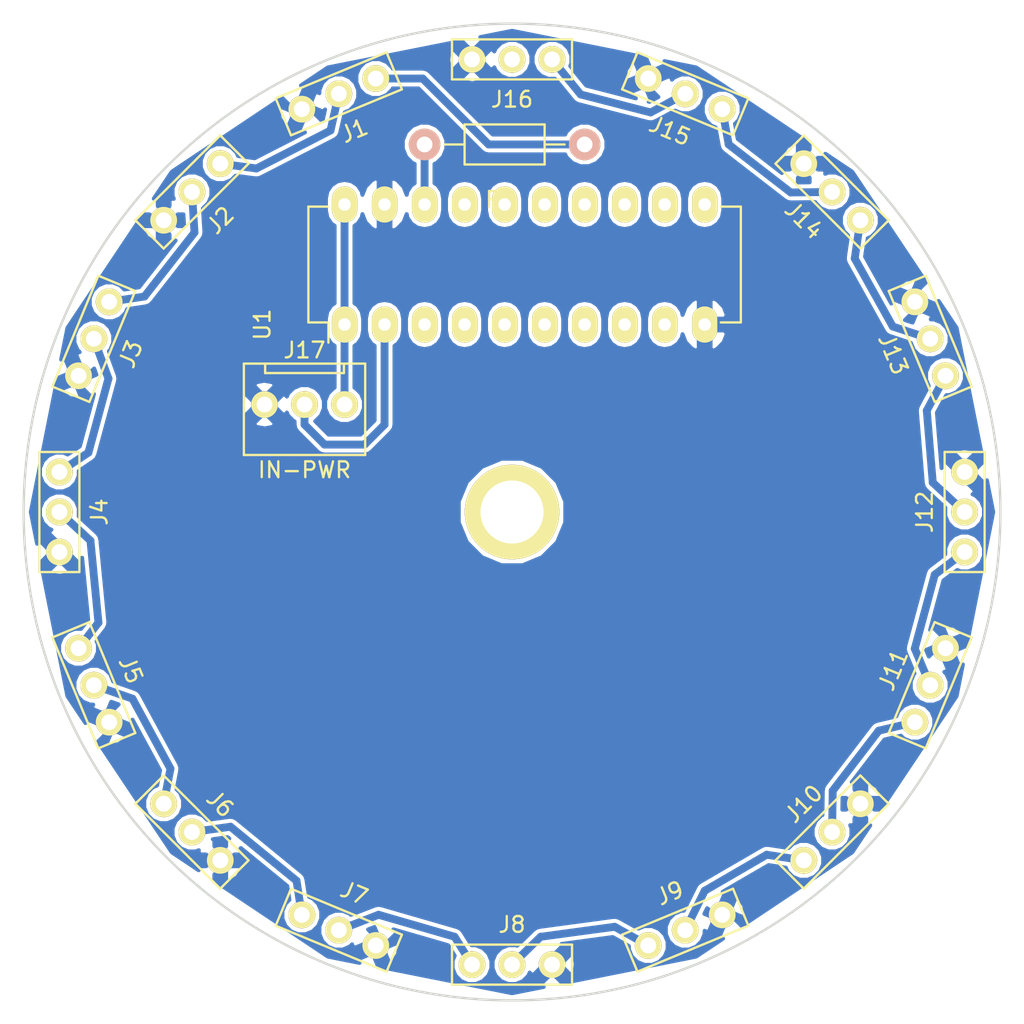
<source format=kicad_pcb>
(kicad_pcb (version 4) (host pcbnew 4.0.0-rc1-stable)

  (general
    (links 38)
    (no_connects 0)
    (area 17.5 17.5 82.500001 82.500001)
    (thickness 1.6)
    (drawings 1)
    (tracks 57)
    (zones 0)
    (modules 20)
    (nets 36)
  )

  (page A4)
  (layers
    (0 F.Cu signal)
    (31 B.Cu signal)
    (32 B.Adhes user)
    (33 F.Adhes user)
    (34 B.Paste user)
    (35 F.Paste user)
    (36 B.SilkS user)
    (37 F.SilkS user)
    (38 B.Mask user)
    (39 F.Mask user)
    (40 Dwgs.User user)
    (41 Cmts.User user)
    (42 Eco1.User user)
    (43 Eco2.User user)
    (44 Edge.Cuts user)
    (45 Margin user)
    (46 B.CrtYd user)
    (47 F.CrtYd user)
    (48 B.Fab user)
    (49 F.Fab user)
  )

  (setup
    (last_trace_width 0.25)
    (user_trace_width 0.5)
    (trace_clearance 0.2)
    (zone_clearance 0.254)
    (zone_45_only no)
    (trace_min 0.2)
    (segment_width 0.2)
    (edge_width 0.15)
    (via_size 0.6)
    (via_drill 0.4)
    (via_min_size 0.4)
    (via_min_drill 0.3)
    (uvia_size 0.3)
    (uvia_drill 0.1)
    (uvias_allowed no)
    (uvia_min_size 0.2)
    (uvia_min_drill 0.1)
    (pcb_text_width 0.3)
    (pcb_text_size 1.5 1.5)
    (mod_edge_width 0.15)
    (mod_text_size 1 1)
    (mod_text_width 0.15)
    (pad_size 1.524 1.524)
    (pad_drill 0.762)
    (pad_to_mask_clearance 0.2)
    (aux_axis_origin 0 0)
    (visible_elements 7FFFFFFF)
    (pcbplotparams
      (layerselection 0x00030_80000001)
      (usegerberextensions false)
      (excludeedgelayer true)
      (linewidth 0.100000)
      (plotframeref false)
      (viasonmask false)
      (mode 1)
      (useauxorigin false)
      (hpglpennumber 1)
      (hpglpenspeed 20)
      (hpglpendiameter 15)
      (hpglpenoverlay 2)
      (psnegative false)
      (psa4output false)
      (plotreference true)
      (plotvalue true)
      (plotinvisibletext false)
      (padsonsilk false)
      (subtractmaskfromsilk false)
      (outputformat 1)
      (mirror false)
      (drillshape 1)
      (scaleselection 1)
      (outputdirectory ""))
  )

  (net 0 "")
  (net 1 "Net-(J1-Pad2)")
  (net 2 "Net-(J1-Pad3)")
  (net 3 "Net-(J2-Pad2)")
  (net 4 "Net-(J3-Pad2)")
  (net 5 "Net-(J4-Pad2)")
  (net 6 "Net-(J5-Pad2)")
  (net 7 "Net-(J6-Pad2)")
  (net 8 "Net-(J7-Pad2)")
  (net 9 "Net-(J8-Pad2)")
  (net 10 "Net-(J10-Pad2)")
  (net 11 "Net-(J10-Pad3)")
  (net 12 "Net-(J11-Pad2)")
  (net 13 "Net-(J12-Pad2)")
  (net 14 "Net-(J13-Pad2)")
  (net 15 "Net-(J14-Pad2)")
  (net 16 "Net-(J15-Pad2)")
  (net 17 "Net-(J16-Pad2)")
  (net 18 GND)
  (net 19 "Net-(J17-Pad2)")
  (net 20 VCC)
  (net 21 "Net-(R1-Pad2)")
  (net 22 "Net-(U1-Pad3)")
  (net 23 "Net-(U1-Pad4)")
  (net 24 "Net-(U1-Pad5)")
  (net 25 "Net-(U1-Pad6)")
  (net 26 "Net-(U1-Pad7)")
  (net 27 "Net-(U1-Pad8)")
  (net 28 "Net-(U1-Pad9)")
  (net 29 "Net-(U1-Pad11)")
  (net 30 "Net-(U1-Pad12)")
  (net 31 "Net-(U1-Pad13)")
  (net 32 "Net-(U1-Pad14)")
  (net 33 "Net-(U1-Pad15)")
  (net 34 "Net-(U1-Pad16)")
  (net 35 "Net-(U1-Pad17)")

  (net_class Default "This is the default net class."
    (clearance 0.2)
    (trace_width 0.25)
    (via_dia 0.6)
    (via_drill 0.4)
    (uvia_dia 0.3)
    (uvia_drill 0.1)
    (add_net GND)
    (add_net "Net-(J1-Pad2)")
    (add_net "Net-(J1-Pad3)")
    (add_net "Net-(J10-Pad2)")
    (add_net "Net-(J10-Pad3)")
    (add_net "Net-(J11-Pad2)")
    (add_net "Net-(J12-Pad2)")
    (add_net "Net-(J13-Pad2)")
    (add_net "Net-(J14-Pad2)")
    (add_net "Net-(J15-Pad2)")
    (add_net "Net-(J16-Pad2)")
    (add_net "Net-(J17-Pad2)")
    (add_net "Net-(J2-Pad2)")
    (add_net "Net-(J3-Pad2)")
    (add_net "Net-(J4-Pad2)")
    (add_net "Net-(J5-Pad2)")
    (add_net "Net-(J6-Pad2)")
    (add_net "Net-(J7-Pad2)")
    (add_net "Net-(J8-Pad2)")
    (add_net "Net-(R1-Pad2)")
    (add_net "Net-(U1-Pad11)")
    (add_net "Net-(U1-Pad12)")
    (add_net "Net-(U1-Pad13)")
    (add_net "Net-(U1-Pad14)")
    (add_net "Net-(U1-Pad15)")
    (add_net "Net-(U1-Pad16)")
    (add_net "Net-(U1-Pad17)")
    (add_net "Net-(U1-Pad3)")
    (add_net "Net-(U1-Pad4)")
    (add_net "Net-(U1-Pad5)")
    (add_net "Net-(U1-Pad6)")
    (add_net "Net-(U1-Pad7)")
    (add_net "Net-(U1-Pad8)")
    (add_net "Net-(U1-Pad9)")
    (add_net VCC)
  )

  (module BS_LIB:hdr_straight_1x3 (layer F.Cu) (tedit 56714F4A) (tstamp 56715180)
    (at 38.519497 22.283614 22.5)
    (path /567150B0)
    (fp_text reference J1 (at 0 3.81 22.5) (layer F.SilkS)
      (effects (font (size 1 1) (thickness 0.15)))
    )
    (fp_text value CONN_01X03 (at 0 -1.27 22.5) (layer F.Fab)
      (effects (font (size 1 1) (thickness 0.15)))
    )
    (fp_line (start -3.81 0) (end 3.81 0) (layer F.SilkS) (width 0.15))
    (fp_line (start 3.81 0) (end 3.81 2.54) (layer F.SilkS) (width 0.15))
    (fp_line (start 3.81 2.54) (end -3.81 2.54) (layer F.SilkS) (width 0.15))
    (fp_line (start -3.81 2.54) (end -3.81 0) (layer F.SilkS) (width 0.15))
    (pad 1 thru_hole circle (at -2.54 1.27 22.5) (size 1.7 1.7) (drill 1) (layers *.Cu *.Mask F.SilkS)
      (net 18 GND))
    (pad 2 thru_hole circle (at 0 1.27 22.5) (size 1.7 1.7) (drill 1) (layers *.Cu *.Mask F.SilkS)
      (net 1 "Net-(J1-Pad2)"))
    (pad 3 thru_hole circle (at 2.54 1.27 22.5) (size 1.7 1.7) (drill 1) (layers *.Cu *.Mask F.SilkS)
      (net 2 "Net-(J1-Pad3)"))
  )

  (module BS_LIB:hdr_straight_1x3 (layer F.Cu) (tedit 56714F4A) (tstamp 5671518B)
    (at 28.786797 28.786797 45)
    (path /56715210)
    (fp_text reference J2 (at 0 3.81 45) (layer F.SilkS)
      (effects (font (size 1 1) (thickness 0.15)))
    )
    (fp_text value CONN_01X03 (at 0 -1.27 45) (layer F.Fab)
      (effects (font (size 1 1) (thickness 0.15)))
    )
    (fp_line (start -3.81 0) (end 3.81 0) (layer F.SilkS) (width 0.15))
    (fp_line (start 3.81 0) (end 3.81 2.54) (layer F.SilkS) (width 0.15))
    (fp_line (start 3.81 2.54) (end -3.81 2.54) (layer F.SilkS) (width 0.15))
    (fp_line (start -3.81 2.54) (end -3.81 0) (layer F.SilkS) (width 0.15))
    (pad 1 thru_hole circle (at -2.54 1.27 45) (size 1.7 1.7) (drill 1) (layers *.Cu *.Mask F.SilkS)
      (net 18 GND))
    (pad 2 thru_hole circle (at 0 1.27 45) (size 1.7 1.7) (drill 1) (layers *.Cu *.Mask F.SilkS)
      (net 3 "Net-(J2-Pad2)"))
    (pad 3 thru_hole circle (at 2.54 1.27 45) (size 1.7 1.7) (drill 1) (layers *.Cu *.Mask F.SilkS)
      (net 1 "Net-(J1-Pad2)"))
  )

  (module BS_LIB:hdr_straight_1x3 (layer F.Cu) (tedit 56714F4A) (tstamp 56715196)
    (at 22.283614 38.519497 67.5)
    (path /56715298)
    (fp_text reference J3 (at 0 3.81 67.5) (layer F.SilkS)
      (effects (font (size 1 1) (thickness 0.15)))
    )
    (fp_text value CONN_01X03 (at 0 -1.27 67.5) (layer F.Fab)
      (effects (font (size 1 1) (thickness 0.15)))
    )
    (fp_line (start -3.81 0) (end 3.81 0) (layer F.SilkS) (width 0.15))
    (fp_line (start 3.81 0) (end 3.81 2.54) (layer F.SilkS) (width 0.15))
    (fp_line (start 3.81 2.54) (end -3.81 2.54) (layer F.SilkS) (width 0.15))
    (fp_line (start -3.81 2.54) (end -3.81 0) (layer F.SilkS) (width 0.15))
    (pad 1 thru_hole circle (at -2.54 1.27 67.5) (size 1.7 1.7) (drill 1) (layers *.Cu *.Mask F.SilkS)
      (net 18 GND))
    (pad 2 thru_hole circle (at 0 1.27 67.5) (size 1.7 1.7) (drill 1) (layers *.Cu *.Mask F.SilkS)
      (net 4 "Net-(J3-Pad2)"))
    (pad 3 thru_hole circle (at 2.54 1.27 67.5) (size 1.7 1.7) (drill 1) (layers *.Cu *.Mask F.SilkS)
      (net 3 "Net-(J2-Pad2)"))
  )

  (module BS_LIB:hdr_straight_1x3 (layer F.Cu) (tedit 56714F4A) (tstamp 567151A1)
    (at 20 50 90)
    (path /5671529E)
    (fp_text reference J4 (at 0 3.81 90) (layer F.SilkS)
      (effects (font (size 1 1) (thickness 0.15)))
    )
    (fp_text value CONN_01X03 (at 0 -1.27 90) (layer F.Fab)
      (effects (font (size 1 1) (thickness 0.15)))
    )
    (fp_line (start -3.81 0) (end 3.81 0) (layer F.SilkS) (width 0.15))
    (fp_line (start 3.81 0) (end 3.81 2.54) (layer F.SilkS) (width 0.15))
    (fp_line (start 3.81 2.54) (end -3.81 2.54) (layer F.SilkS) (width 0.15))
    (fp_line (start -3.81 2.54) (end -3.81 0) (layer F.SilkS) (width 0.15))
    (pad 1 thru_hole circle (at -2.54 1.27 90) (size 1.7 1.7) (drill 1) (layers *.Cu *.Mask F.SilkS)
      (net 18 GND))
    (pad 2 thru_hole circle (at 0 1.27 90) (size 1.7 1.7) (drill 1) (layers *.Cu *.Mask F.SilkS)
      (net 5 "Net-(J4-Pad2)"))
    (pad 3 thru_hole circle (at 2.54 1.27 90) (size 1.7 1.7) (drill 1) (layers *.Cu *.Mask F.SilkS)
      (net 4 "Net-(J3-Pad2)"))
  )

  (module BS_LIB:hdr_straight_1x3 (layer F.Cu) (tedit 56714F4A) (tstamp 567151AC)
    (at 22.283614 61.480503 112.5)
    (path /56715380)
    (fp_text reference J5 (at 0 3.81 112.5) (layer F.SilkS)
      (effects (font (size 1 1) (thickness 0.15)))
    )
    (fp_text value CONN_01X03 (at 0 -1.27 112.5) (layer F.Fab)
      (effects (font (size 1 1) (thickness 0.15)))
    )
    (fp_line (start -3.81 0) (end 3.81 0) (layer F.SilkS) (width 0.15))
    (fp_line (start 3.81 0) (end 3.81 2.54) (layer F.SilkS) (width 0.15))
    (fp_line (start 3.81 2.54) (end -3.81 2.54) (layer F.SilkS) (width 0.15))
    (fp_line (start -3.81 2.54) (end -3.81 0) (layer F.SilkS) (width 0.15))
    (pad 1 thru_hole circle (at -2.54 1.27 112.5) (size 1.7 1.7) (drill 1) (layers *.Cu *.Mask F.SilkS)
      (net 18 GND))
    (pad 2 thru_hole circle (at 0 1.27 112.5) (size 1.7 1.7) (drill 1) (layers *.Cu *.Mask F.SilkS)
      (net 6 "Net-(J5-Pad2)"))
    (pad 3 thru_hole circle (at 2.54 1.27 112.5) (size 1.7 1.7) (drill 1) (layers *.Cu *.Mask F.SilkS)
      (net 5 "Net-(J4-Pad2)"))
  )

  (module BS_LIB:hdr_straight_1x3 (layer F.Cu) (tedit 56714F4A) (tstamp 567151B7)
    (at 28.786797 71.213203 135)
    (path /56715386)
    (fp_text reference J6 (at 0 3.81 135) (layer F.SilkS)
      (effects (font (size 1 1) (thickness 0.15)))
    )
    (fp_text value CONN_01X03 (at 0 -1.27 135) (layer F.Fab)
      (effects (font (size 1 1) (thickness 0.15)))
    )
    (fp_line (start -3.81 0) (end 3.81 0) (layer F.SilkS) (width 0.15))
    (fp_line (start 3.81 0) (end 3.81 2.54) (layer F.SilkS) (width 0.15))
    (fp_line (start 3.81 2.54) (end -3.81 2.54) (layer F.SilkS) (width 0.15))
    (fp_line (start -3.81 2.54) (end -3.81 0) (layer F.SilkS) (width 0.15))
    (pad 1 thru_hole circle (at -2.54 1.27 135) (size 1.7 1.7) (drill 1) (layers *.Cu *.Mask F.SilkS)
      (net 18 GND))
    (pad 2 thru_hole circle (at 0 1.27 135) (size 1.7 1.7) (drill 1) (layers *.Cu *.Mask F.SilkS)
      (net 7 "Net-(J6-Pad2)"))
    (pad 3 thru_hole circle (at 2.54 1.27 135) (size 1.7 1.7) (drill 1) (layers *.Cu *.Mask F.SilkS)
      (net 6 "Net-(J5-Pad2)"))
  )

  (module BS_LIB:hdr_straight_1x3 (layer F.Cu) (tedit 56714F4A) (tstamp 567151C2)
    (at 38.519497 77.716386 157.5)
    (path /5671538C)
    (fp_text reference J7 (at 0 3.81 157.5) (layer F.SilkS)
      (effects (font (size 1 1) (thickness 0.15)))
    )
    (fp_text value CONN_01X03 (at 0 -1.27 157.5) (layer F.Fab)
      (effects (font (size 1 1) (thickness 0.15)))
    )
    (fp_line (start -3.81 0) (end 3.81 0) (layer F.SilkS) (width 0.15))
    (fp_line (start 3.81 0) (end 3.81 2.54) (layer F.SilkS) (width 0.15))
    (fp_line (start 3.81 2.54) (end -3.81 2.54) (layer F.SilkS) (width 0.15))
    (fp_line (start -3.81 2.54) (end -3.81 0) (layer F.SilkS) (width 0.15))
    (pad 1 thru_hole circle (at -2.54 1.27 157.5) (size 1.7 1.7) (drill 1) (layers *.Cu *.Mask F.SilkS)
      (net 18 GND))
    (pad 2 thru_hole circle (at 0 1.27 157.5) (size 1.7 1.7) (drill 1) (layers *.Cu *.Mask F.SilkS)
      (net 8 "Net-(J7-Pad2)"))
    (pad 3 thru_hole circle (at 2.54 1.27 157.5) (size 1.7 1.7) (drill 1) (layers *.Cu *.Mask F.SilkS)
      (net 7 "Net-(J6-Pad2)"))
  )

  (module BS_LIB:hdr_straight_1x3 (layer F.Cu) (tedit 56714F4A) (tstamp 567151CD)
    (at 50 80 180)
    (path /56715392)
    (fp_text reference J8 (at 0 3.81 180) (layer F.SilkS)
      (effects (font (size 1 1) (thickness 0.15)))
    )
    (fp_text value CONN_01X03 (at 0 -1.27 180) (layer F.Fab)
      (effects (font (size 1 1) (thickness 0.15)))
    )
    (fp_line (start -3.81 0) (end 3.81 0) (layer F.SilkS) (width 0.15))
    (fp_line (start 3.81 0) (end 3.81 2.54) (layer F.SilkS) (width 0.15))
    (fp_line (start 3.81 2.54) (end -3.81 2.54) (layer F.SilkS) (width 0.15))
    (fp_line (start -3.81 2.54) (end -3.81 0) (layer F.SilkS) (width 0.15))
    (pad 1 thru_hole circle (at -2.54 1.27 180) (size 1.7 1.7) (drill 1) (layers *.Cu *.Mask F.SilkS)
      (net 18 GND))
    (pad 2 thru_hole circle (at 0 1.27 180) (size 1.7 1.7) (drill 1) (layers *.Cu *.Mask F.SilkS)
      (net 9 "Net-(J8-Pad2)"))
    (pad 3 thru_hole circle (at 2.54 1.27 180) (size 1.7 1.7) (drill 1) (layers *.Cu *.Mask F.SilkS)
      (net 8 "Net-(J7-Pad2)"))
  )

  (module BS_LIB:hdr_straight_1x3 (layer F.Cu) (tedit 56714F4A) (tstamp 567151D8)
    (at 61.480503 77.716386 202.5)
    (path /56715580)
    (fp_text reference J9 (at 0 3.81 202.5) (layer F.SilkS)
      (effects (font (size 1 1) (thickness 0.15)))
    )
    (fp_text value CONN_01X03 (at 0 -1.27 202.5) (layer F.Fab)
      (effects (font (size 1 1) (thickness 0.15)))
    )
    (fp_line (start -3.81 0) (end 3.81 0) (layer F.SilkS) (width 0.15))
    (fp_line (start 3.81 0) (end 3.81 2.54) (layer F.SilkS) (width 0.15))
    (fp_line (start 3.81 2.54) (end -3.81 2.54) (layer F.SilkS) (width 0.15))
    (fp_line (start -3.81 2.54) (end -3.81 0) (layer F.SilkS) (width 0.15))
    (pad 1 thru_hole circle (at -2.54 1.27 202.5) (size 1.7 1.7) (drill 1) (layers *.Cu *.Mask F.SilkS)
      (net 18 GND))
    (pad 2 thru_hole circle (at 0 1.27 202.5) (size 1.7 1.7) (drill 1) (layers *.Cu *.Mask F.SilkS)
      (net 11 "Net-(J10-Pad3)"))
    (pad 3 thru_hole circle (at 2.54 1.27 202.5) (size 1.7 1.7) (drill 1) (layers *.Cu *.Mask F.SilkS)
      (net 9 "Net-(J8-Pad2)"))
  )

  (module BS_LIB:hdr_straight_1x3 (layer F.Cu) (tedit 56714F4A) (tstamp 567151E3)
    (at 71.213203 71.213203 225)
    (path /56715586)
    (fp_text reference J10 (at 0 3.81 225) (layer F.SilkS)
      (effects (font (size 1 1) (thickness 0.15)))
    )
    (fp_text value CONN_01X03 (at 0 -1.27 225) (layer F.Fab)
      (effects (font (size 1 1) (thickness 0.15)))
    )
    (fp_line (start -3.81 0) (end 3.81 0) (layer F.SilkS) (width 0.15))
    (fp_line (start 3.81 0) (end 3.81 2.54) (layer F.SilkS) (width 0.15))
    (fp_line (start 3.81 2.54) (end -3.81 2.54) (layer F.SilkS) (width 0.15))
    (fp_line (start -3.81 2.54) (end -3.81 0) (layer F.SilkS) (width 0.15))
    (pad 1 thru_hole circle (at -2.54 1.27 225) (size 1.7 1.7) (drill 1) (layers *.Cu *.Mask F.SilkS)
      (net 18 GND))
    (pad 2 thru_hole circle (at 0 1.27 225) (size 1.7 1.7) (drill 1) (layers *.Cu *.Mask F.SilkS)
      (net 10 "Net-(J10-Pad2)"))
    (pad 3 thru_hole circle (at 2.54 1.27 225) (size 1.7 1.7) (drill 1) (layers *.Cu *.Mask F.SilkS)
      (net 11 "Net-(J10-Pad3)"))
  )

  (module BS_LIB:hdr_straight_1x3 (layer F.Cu) (tedit 56714F4A) (tstamp 567151EE)
    (at 77.716386 61.480503 247.5)
    (path /5671558C)
    (fp_text reference J11 (at 0 3.81 247.5) (layer F.SilkS)
      (effects (font (size 1 1) (thickness 0.15)))
    )
    (fp_text value CONN_01X03 (at 0 -1.27 247.5) (layer F.Fab)
      (effects (font (size 1 1) (thickness 0.15)))
    )
    (fp_line (start -3.81 0) (end 3.81 0) (layer F.SilkS) (width 0.15))
    (fp_line (start 3.81 0) (end 3.81 2.54) (layer F.SilkS) (width 0.15))
    (fp_line (start 3.81 2.54) (end -3.81 2.54) (layer F.SilkS) (width 0.15))
    (fp_line (start -3.81 2.54) (end -3.81 0) (layer F.SilkS) (width 0.15))
    (pad 1 thru_hole circle (at -2.54 1.27 247.5) (size 1.7 1.7) (drill 1) (layers *.Cu *.Mask F.SilkS)
      (net 18 GND))
    (pad 2 thru_hole circle (at 0 1.27 247.5) (size 1.7 1.7) (drill 1) (layers *.Cu *.Mask F.SilkS)
      (net 12 "Net-(J11-Pad2)"))
    (pad 3 thru_hole circle (at 2.54 1.27 247.5) (size 1.7 1.7) (drill 1) (layers *.Cu *.Mask F.SilkS)
      (net 10 "Net-(J10-Pad2)"))
  )

  (module BS_LIB:hdr_straight_1x3 (layer F.Cu) (tedit 56714F4A) (tstamp 567151F9)
    (at 80 50 270)
    (path /56715592)
    (fp_text reference J12 (at 0 3.81 270) (layer F.SilkS)
      (effects (font (size 1 1) (thickness 0.15)))
    )
    (fp_text value CONN_01X03 (at 0 -1.27 270) (layer F.Fab)
      (effects (font (size 1 1) (thickness 0.15)))
    )
    (fp_line (start -3.81 0) (end 3.81 0) (layer F.SilkS) (width 0.15))
    (fp_line (start 3.81 0) (end 3.81 2.54) (layer F.SilkS) (width 0.15))
    (fp_line (start 3.81 2.54) (end -3.81 2.54) (layer F.SilkS) (width 0.15))
    (fp_line (start -3.81 2.54) (end -3.81 0) (layer F.SilkS) (width 0.15))
    (pad 1 thru_hole circle (at -2.54 1.27 270) (size 1.7 1.7) (drill 1) (layers *.Cu *.Mask F.SilkS)
      (net 18 GND))
    (pad 2 thru_hole circle (at 0 1.27 270) (size 1.7 1.7) (drill 1) (layers *.Cu *.Mask F.SilkS)
      (net 13 "Net-(J12-Pad2)"))
    (pad 3 thru_hole circle (at 2.54 1.27 270) (size 1.7 1.7) (drill 1) (layers *.Cu *.Mask F.SilkS)
      (net 12 "Net-(J11-Pad2)"))
  )

  (module BS_LIB:hdr_straight_1x3 (layer F.Cu) (tedit 56714F4A) (tstamp 56715204)
    (at 77.716386 38.519497 292.5)
    (path /56715598)
    (fp_text reference J13 (at 0 3.81 292.5) (layer F.SilkS)
      (effects (font (size 1 1) (thickness 0.15)))
    )
    (fp_text value CONN_01X03 (at 0 -1.27 292.5) (layer F.Fab)
      (effects (font (size 1 1) (thickness 0.15)))
    )
    (fp_line (start -3.81 0) (end 3.81 0) (layer F.SilkS) (width 0.15))
    (fp_line (start 3.81 0) (end 3.81 2.54) (layer F.SilkS) (width 0.15))
    (fp_line (start 3.81 2.54) (end -3.81 2.54) (layer F.SilkS) (width 0.15))
    (fp_line (start -3.81 2.54) (end -3.81 0) (layer F.SilkS) (width 0.15))
    (pad 1 thru_hole circle (at -2.54 1.27 292.5) (size 1.7 1.7) (drill 1) (layers *.Cu *.Mask F.SilkS)
      (net 18 GND))
    (pad 2 thru_hole circle (at 0 1.27 292.5) (size 1.7 1.7) (drill 1) (layers *.Cu *.Mask F.SilkS)
      (net 14 "Net-(J13-Pad2)"))
    (pad 3 thru_hole circle (at 2.54 1.27 292.5) (size 1.7 1.7) (drill 1) (layers *.Cu *.Mask F.SilkS)
      (net 13 "Net-(J12-Pad2)"))
  )

  (module BS_LIB:hdr_straight_1x3 (layer F.Cu) (tedit 56714F4A) (tstamp 5671520F)
    (at 71.213203 28.786797 315)
    (path /5671559E)
    (fp_text reference J14 (at 0 3.81 315) (layer F.SilkS)
      (effects (font (size 1 1) (thickness 0.15)))
    )
    (fp_text value CONN_01X03 (at 0 -1.27 315) (layer F.Fab)
      (effects (font (size 1 1) (thickness 0.15)))
    )
    (fp_line (start -3.81 0) (end 3.81 0) (layer F.SilkS) (width 0.15))
    (fp_line (start 3.81 0) (end 3.81 2.54) (layer F.SilkS) (width 0.15))
    (fp_line (start 3.81 2.54) (end -3.81 2.54) (layer F.SilkS) (width 0.15))
    (fp_line (start -3.81 2.54) (end -3.81 0) (layer F.SilkS) (width 0.15))
    (pad 1 thru_hole circle (at -2.54 1.27 315) (size 1.7 1.7) (drill 1) (layers *.Cu *.Mask F.SilkS)
      (net 18 GND))
    (pad 2 thru_hole circle (at 0 1.27 315) (size 1.7 1.7) (drill 1) (layers *.Cu *.Mask F.SilkS)
      (net 15 "Net-(J14-Pad2)"))
    (pad 3 thru_hole circle (at 2.54 1.27 315) (size 1.7 1.7) (drill 1) (layers *.Cu *.Mask F.SilkS)
      (net 14 "Net-(J13-Pad2)"))
  )

  (module BS_LIB:hdr_straight_1x3 (layer F.Cu) (tedit 56714F4A) (tstamp 5671521A)
    (at 61.480503 22.283614 337.5)
    (path /567155A4)
    (fp_text reference J15 (at 0 3.81 337.5) (layer F.SilkS)
      (effects (font (size 1 1) (thickness 0.15)))
    )
    (fp_text value CONN_01X03 (at 0 -1.27 337.5) (layer F.Fab)
      (effects (font (size 1 1) (thickness 0.15)))
    )
    (fp_line (start -3.81 0) (end 3.81 0) (layer F.SilkS) (width 0.15))
    (fp_line (start 3.81 0) (end 3.81 2.54) (layer F.SilkS) (width 0.15))
    (fp_line (start 3.81 2.54) (end -3.81 2.54) (layer F.SilkS) (width 0.15))
    (fp_line (start -3.81 2.54) (end -3.81 0) (layer F.SilkS) (width 0.15))
    (pad 1 thru_hole circle (at -2.54 1.27 337.5) (size 1.7 1.7) (drill 1) (layers *.Cu *.Mask F.SilkS)
      (net 18 GND))
    (pad 2 thru_hole circle (at 0 1.27 337.5) (size 1.7 1.7) (drill 1) (layers *.Cu *.Mask F.SilkS)
      (net 16 "Net-(J15-Pad2)"))
    (pad 3 thru_hole circle (at 2.54 1.27 337.5) (size 1.7 1.7) (drill 1) (layers *.Cu *.Mask F.SilkS)
      (net 15 "Net-(J14-Pad2)"))
  )

  (module BS_LIB:hdr_straight_1x3 (layer F.Cu) (tedit 56714F4A) (tstamp 56715225)
    (at 50 20)
    (path /567155AA)
    (fp_text reference J16 (at 0 3.81) (layer F.SilkS)
      (effects (font (size 1 1) (thickness 0.15)))
    )
    (fp_text value CONN_01X03 (at 0 -1.27) (layer F.Fab)
      (effects (font (size 1 1) (thickness 0.15)))
    )
    (fp_line (start -3.81 0) (end 3.81 0) (layer F.SilkS) (width 0.15))
    (fp_line (start 3.81 0) (end 3.81 2.54) (layer F.SilkS) (width 0.15))
    (fp_line (start 3.81 2.54) (end -3.81 2.54) (layer F.SilkS) (width 0.15))
    (fp_line (start -3.81 2.54) (end -3.81 0) (layer F.SilkS) (width 0.15))
    (pad 1 thru_hole circle (at -2.54 1.27) (size 1.7 1.7) (drill 1) (layers *.Cu *.Mask F.SilkS)
      (net 18 GND))
    (pad 2 thru_hole circle (at 0 1.27) (size 1.7 1.7) (drill 1) (layers *.Cu *.Mask F.SilkS)
      (net 17 "Net-(J16-Pad2)"))
    (pad 3 thru_hole circle (at 2.54 1.27) (size 1.7 1.7) (drill 1) (layers *.Cu *.Mask F.SilkS)
      (net 16 "Net-(J15-Pad2)"))
  )

  (module suf_connector_ncw:CONN_NCW254-03S (layer F.Cu) (tedit 525A1FCA) (tstamp 56716D9B)
    (at 36.83 43.18)
    (path /56716591)
    (fp_text reference J17 (at 0 -3.45) (layer F.SilkS)
      (effects (font (size 1 1) (thickness 0.15)))
    )
    (fp_text value IN-PWR (at 0 4.15) (layer F.SilkS)
      (effects (font (size 1 1) (thickness 0.15)))
    )
    (fp_line (start 2.5 -2) (end -2.5 -2) (layer F.SilkS) (width 0.15))
    (fp_line (start 2.5 -2.6) (end 2.5 -2) (layer F.SilkS) (width 0.15))
    (fp_line (start -2.5 -2.6) (end -2.5 -2) (layer F.SilkS) (width 0.15))
    (fp_line (start 3.85 -2.6) (end 3.85 3.2) (layer F.SilkS) (width 0.15))
    (fp_line (start -3.85 -2.6) (end 3.85 -2.6) (layer F.SilkS) (width 0.15))
    (fp_line (start -3.85 3.2) (end -3.85 -2.6) (layer F.SilkS) (width 0.15))
    (fp_line (start -3.85 3.2) (end 3.85 3.2) (layer F.SilkS) (width 0.15))
    (pad 2 thru_hole circle (at 0 0) (size 1.7 1.7) (drill 1) (layers *.Cu *.Mask F.SilkS)
      (net 19 "Net-(J17-Pad2)"))
    (pad 3 thru_hole circle (at 2.54 0) (size 1.7 1.7) (drill 1) (layers *.Cu *.Mask F.SilkS)
      (net 20 VCC))
    (pad 1 thru_hole circle (at -2.54 0) (size 1.7 1.7) (drill 1) (layers *.Cu *.Mask F.SilkS)
      (net 18 GND))
  )

  (module Resistors_ThroughHole:Resistor_Horizontal_RM10mm (layer F.Cu) (tedit 53F56209) (tstamp 56716DA7)
    (at 49.53 26.67 180)
    (descr "Resistor, Axial,  RM 10mm, 1/3W,")
    (tags "Resistor, Axial, RM 10mm, 1/3W,")
    (path /567185D3)
    (fp_text reference R1 (at 0.24892 -3.50012 180) (layer F.SilkS)
      (effects (font (size 1 1) (thickness 0.15)))
    )
    (fp_text value 470 (at 3.81 3.81 180) (layer F.Fab)
      (effects (font (size 1 1) (thickness 0.15)))
    )
    (fp_line (start -2.54 -1.27) (end 2.54 -1.27) (layer F.SilkS) (width 0.15))
    (fp_line (start 2.54 -1.27) (end 2.54 1.27) (layer F.SilkS) (width 0.15))
    (fp_line (start 2.54 1.27) (end -2.54 1.27) (layer F.SilkS) (width 0.15))
    (fp_line (start -2.54 1.27) (end -2.54 -1.27) (layer F.SilkS) (width 0.15))
    (fp_line (start -2.54 0) (end -3.81 0) (layer F.SilkS) (width 0.15))
    (fp_line (start 2.54 0) (end 3.81 0) (layer F.SilkS) (width 0.15))
    (pad 1 thru_hole circle (at -5.08 0 180) (size 1.99898 1.99898) (drill 1.00076) (layers *.Cu *.SilkS *.Mask)
      (net 2 "Net-(J1-Pad3)"))
    (pad 2 thru_hole circle (at 5.08 0 180) (size 1.99898 1.99898) (drill 1.00076) (layers *.Cu *.SilkS *.Mask)
      (net 21 "Net-(R1-Pad2)"))
    (model Resistors_ThroughHole.3dshapes/Resistor_Horizontal_RM10mm.wrl
      (at (xyz 0 0 0))
      (scale (xyz 0.4 0.4 0.4))
      (rotate (xyz 0 0 0))
    )
  )

  (module Housings_DIP:DIP-20_W7.62mm_LongPads (layer F.Cu) (tedit 54130A77) (tstamp 56716DCA)
    (at 39.37 38.1 90)
    (descr "20-lead dip package, row spacing 7.62 mm (300 mils), longer pads")
    (tags "dil dip 2.54 300")
    (path /56718423)
    (fp_text reference U1 (at 0 -5.22 90) (layer F.SilkS)
      (effects (font (size 1 1) (thickness 0.15)))
    )
    (fp_text value 74HC2T45 (at 0 -3.72 90) (layer F.Fab)
      (effects (font (size 1 1) (thickness 0.15)))
    )
    (fp_line (start -1.4 -2.45) (end -1.4 25.35) (layer F.CrtYd) (width 0.05))
    (fp_line (start 9 -2.45) (end 9 25.35) (layer F.CrtYd) (width 0.05))
    (fp_line (start -1.4 -2.45) (end 9 -2.45) (layer F.CrtYd) (width 0.05))
    (fp_line (start -1.4 25.35) (end 9 25.35) (layer F.CrtYd) (width 0.05))
    (fp_line (start 0.135 -2.295) (end 0.135 -1.025) (layer F.SilkS) (width 0.15))
    (fp_line (start 7.485 -2.295) (end 7.485 -1.025) (layer F.SilkS) (width 0.15))
    (fp_line (start 7.485 25.155) (end 7.485 23.885) (layer F.SilkS) (width 0.15))
    (fp_line (start 0.135 25.155) (end 0.135 23.885) (layer F.SilkS) (width 0.15))
    (fp_line (start 0.135 -2.295) (end 7.485 -2.295) (layer F.SilkS) (width 0.15))
    (fp_line (start 0.135 25.155) (end 7.485 25.155) (layer F.SilkS) (width 0.15))
    (fp_line (start 0.135 -1.025) (end -1.15 -1.025) (layer F.SilkS) (width 0.15))
    (pad 1 thru_hole oval (at 0 0 90) (size 2.3 1.6) (drill 0.8) (layers *.Cu *.Mask F.SilkS)
      (net 20 VCC))
    (pad 2 thru_hole oval (at 0 2.54 90) (size 2.3 1.6) (drill 0.8) (layers *.Cu *.Mask F.SilkS)
      (net 19 "Net-(J17-Pad2)"))
    (pad 3 thru_hole oval (at 0 5.08 90) (size 2.3 1.6) (drill 0.8) (layers *.Cu *.Mask F.SilkS)
      (net 22 "Net-(U1-Pad3)"))
    (pad 4 thru_hole oval (at 0 7.62 90) (size 2.3 1.6) (drill 0.8) (layers *.Cu *.Mask F.SilkS)
      (net 23 "Net-(U1-Pad4)"))
    (pad 5 thru_hole oval (at 0 10.16 90) (size 2.3 1.6) (drill 0.8) (layers *.Cu *.Mask F.SilkS)
      (net 24 "Net-(U1-Pad5)"))
    (pad 6 thru_hole oval (at 0 12.7 90) (size 2.3 1.6) (drill 0.8) (layers *.Cu *.Mask F.SilkS)
      (net 25 "Net-(U1-Pad6)"))
    (pad 7 thru_hole oval (at 0 15.24 90) (size 2.3 1.6) (drill 0.8) (layers *.Cu *.Mask F.SilkS)
      (net 26 "Net-(U1-Pad7)"))
    (pad 8 thru_hole oval (at 0 17.78 90) (size 2.3 1.6) (drill 0.8) (layers *.Cu *.Mask F.SilkS)
      (net 27 "Net-(U1-Pad8)"))
    (pad 9 thru_hole oval (at 0 20.32 90) (size 2.3 1.6) (drill 0.8) (layers *.Cu *.Mask F.SilkS)
      (net 28 "Net-(U1-Pad9)"))
    (pad 10 thru_hole oval (at 0 22.86 90) (size 2.3 1.6) (drill 0.8) (layers *.Cu *.Mask F.SilkS)
      (net 18 GND))
    (pad 11 thru_hole oval (at 7.62 22.86 90) (size 2.3 1.6) (drill 0.8) (layers *.Cu *.Mask F.SilkS)
      (net 29 "Net-(U1-Pad11)"))
    (pad 12 thru_hole oval (at 7.62 20.32 90) (size 2.3 1.6) (drill 0.8) (layers *.Cu *.Mask F.SilkS)
      (net 30 "Net-(U1-Pad12)"))
    (pad 13 thru_hole oval (at 7.62 17.78 90) (size 2.3 1.6) (drill 0.8) (layers *.Cu *.Mask F.SilkS)
      (net 31 "Net-(U1-Pad13)"))
    (pad 14 thru_hole oval (at 7.62 15.24 90) (size 2.3 1.6) (drill 0.8) (layers *.Cu *.Mask F.SilkS)
      (net 32 "Net-(U1-Pad14)"))
    (pad 15 thru_hole oval (at 7.62 12.7 90) (size 2.3 1.6) (drill 0.8) (layers *.Cu *.Mask F.SilkS)
      (net 33 "Net-(U1-Pad15)"))
    (pad 16 thru_hole oval (at 7.62 10.16 90) (size 2.3 1.6) (drill 0.8) (layers *.Cu *.Mask F.SilkS)
      (net 34 "Net-(U1-Pad16)"))
    (pad 17 thru_hole oval (at 7.62 7.62 90) (size 2.3 1.6) (drill 0.8) (layers *.Cu *.Mask F.SilkS)
      (net 35 "Net-(U1-Pad17)"))
    (pad 18 thru_hole oval (at 7.62 5.08 90) (size 2.3 1.6) (drill 0.8) (layers *.Cu *.Mask F.SilkS)
      (net 21 "Net-(R1-Pad2)"))
    (pad 19 thru_hole oval (at 7.62 2.54 90) (size 2.3 1.6) (drill 0.8) (layers *.Cu *.Mask F.SilkS)
      (net 18 GND))
    (pad 20 thru_hole oval (at 7.62 0 90) (size 2.3 1.6) (drill 0.8) (layers *.Cu *.Mask F.SilkS)
      (net 20 VCC))
    (model Housings_DIP.3dshapes/DIP-20_W7.62mm_LongPads.wrl
      (at (xyz 0 0 0))
      (scale (xyz 1 1 1))
      (rotate (xyz 0 0 0))
    )
  )

  (module suf_mounting:MNT_HOLE_4 (layer F.Cu) (tedit 4AAB21C9) (tstamp 5671C55A)
    (at 50 50)
    (fp_text reference MNT_HOLE_4 (at 0 -6.35) (layer F.SilkS) hide
      (effects (font (thickness 0.3048)))
    )
    (fp_text value Val** (at 0 0) (layer F.SilkS) hide
      (effects (font (thickness 0.3048)))
    )
    (pad "" thru_hole circle (at 0 0) (size 5.99948 5.99948) (drill 4.0005) (layers *.Cu *.Mask F.SilkS))
  )

  (gr_circle (center 50 50) (end 19 50) (layer Edge.Cuts) (width 0.15))

  (segment (start 39.005505 23.456941) (end 38.481 25.781) (width 0.5) (layer B.Cu) (net 1) (tstamp 56718087))
  (segment (start 33.782 28.194) (end 31.480874 27.888771) (width 0.5) (layer B.Cu) (net 1) (tstamp 56718091))
  (segment (start 38.481 25.781) (end 33.782 28.194) (width 0.5) (layer B.Cu) (net 1) (tstamp 5671808B))
  (segment (start 41.352159 22.484925) (end 44.328925 22.484925) (width 0.5) (layer B.Cu) (net 2))
  (segment (start 48.514 26.67) (end 54.61 26.67) (width 0.5) (layer B.Cu) (net 2) (tstamp 56718101))
  (segment (start 44.328925 22.484925) (end 48.514 26.67) (width 0.5) (layer B.Cu) (net 2) (tstamp 567180FB))
  (segment (start 29.684823 29.684823) (end 29.845 32.258) (width 0.5) (layer B.Cu) (net 3) (tstamp 56718079))
  (segment (start 26.67 36.322) (end 24.428957 36.658851) (width 0.5) (layer B.Cu) (net 3) (tstamp 56718083))
  (segment (start 29.845 32.258) (end 26.67 36.322) (width 0.5) (layer B.Cu) (net 3) (tstamp 5671807C))
  (segment (start 23.456941 39.005505) (end 24.384 41.529) (width 0.5) (layer B.Cu) (net 4) (tstamp 5671806D))
  (segment (start 23.114 46.228) (end 21.27 47.46) (width 0.5) (layer B.Cu) (net 4) (tstamp 56718073))
  (segment (start 24.384 41.529) (end 23.114 46.228) (width 0.5) (layer B.Cu) (net 4) (tstamp 56718070))
  (segment (start 21.27 50) (end 23.241 51.816) (width 0.5) (layer B.Cu) (net 5) (tstamp 56718062))
  (segment (start 23.749 57.023) (end 22.484925 58.647841) (width 0.5) (layer B.Cu) (net 5) (tstamp 56718068))
  (segment (start 23.241 51.816) (end 23.749 57.023) (width 0.5) (layer B.Cu) (net 5) (tstamp 56718065))
  (segment (start 23.456941 60.994495) (end 25.908 61.849) (width 0.5) (layer B.Cu) (net 6) (tstamp 56718058))
  (segment (start 28.321 66.294) (end 27.888771 68.519126) (width 0.5) (layer B.Cu) (net 6) (tstamp 5671805E))
  (segment (start 25.908 61.849) (end 28.321 66.294) (width 0.5) (layer B.Cu) (net 6) (tstamp 5671805A))
  (segment (start 29.684823 70.315177) (end 32.131 69.977) (width 0.5) (layer B.Cu) (net 7) (tstamp 5671804D))
  (segment (start 36.322 73.406) (end 36.658851 75.571043) (width 0.5) (layer B.Cu) (net 7) (tstamp 56718054))
  (segment (start 32.131 69.977) (end 36.322 73.406) (width 0.5) (layer B.Cu) (net 7) (tstamp 56718050))
  (segment (start 39.005505 76.543059) (end 41.529 75.565) (width 0.5) (layer B.Cu) (net 8) (tstamp 56717FF2))
  (segment (start 46.355 76.962) (end 47.46 78.73) (width 0.5) (layer B.Cu) (net 8) (tstamp 56717FFC))
  (segment (start 41.529 75.565) (end 46.355 76.962) (width 0.5) (layer B.Cu) (net 8) (tstamp 56717FF7))
  (segment (start 50 78.73) (end 51.816 76.962) (width 0.5) (layer B.Cu) (net 9) (tstamp 56717FDE))
  (segment (start 56.515 76.327) (end 58.647841 77.515075) (width 0.5) (layer B.Cu) (net 9) (tstamp 56717FE8))
  (segment (start 51.816 76.962) (end 56.515 76.327) (width 0.5) (layer B.Cu) (net 9) (tstamp 56717FE2))
  (segment (start 70.315177 70.315177) (end 70.358 67.691) (width 0.5) (layer B.Cu) (net 10) (tstamp 56717FA8))
  (segment (start 73.279 63.881) (end 75.571043 63.341149) (width 0.5) (layer B.Cu) (net 10) (tstamp 56717FB7))
  (segment (start 70.358 67.691) (end 73.279 63.881) (width 0.5) (layer B.Cu) (net 10) (tstamp 56717FAD))
  (segment (start 60.994495 76.543059) (end 62.23 74.041) (width 0.5) (layer B.Cu) (net 11) (tstamp 56717FC3))
  (segment (start 66.167 71.755) (end 68.519126 72.111229) (width 0.5) (layer B.Cu) (net 11) (tstamp 56717FD1))
  (segment (start 62.23 74.041) (end 66.167 71.755) (width 0.5) (layer B.Cu) (net 11) (tstamp 56717FC8))
  (segment (start 76.543059 60.994495) (end 75.565 58.674) (width 0.5) (layer B.Cu) (net 12) (tstamp 56717F9A))
  (segment (start 76.835 53.975) (end 78.73 52.54) (width 0.5) (layer B.Cu) (net 12) (tstamp 56717FA1))
  (segment (start 75.565 58.674) (end 76.835 53.975) (width 0.5) (layer B.Cu) (net 12) (tstamp 56717F9D))
  (segment (start 78.73 50) (end 76.708 48.133) (width 0.5) (layer B.Cu) (net 13) (tstamp 56717F7F))
  (segment (start 76.327 43.561) (end 77.515075 41.352159) (width 0.5) (layer B.Cu) (net 13) (tstamp 56717F89))
  (segment (start 76.708 48.133) (end 76.327 43.561) (width 0.5) (layer B.Cu) (net 13) (tstamp 56717F86))
  (segment (start 76.543059 39.005505) (end 74.168 38.227) (width 0.5) (layer B.Cu) (net 14) (tstamp 56717F6D))
  (segment (start 71.755 33.909) (end 72.111229 31.480874) (width 0.5) (layer B.Cu) (net 14) (tstamp 56717F77))
  (segment (start 74.168 38.227) (end 71.755 33.909) (width 0.5) (layer B.Cu) (net 14) (tstamp 56717F71))
  (segment (start 70.315177 29.684823) (end 67.691 29.718) (width 0.5) (layer B.Cu) (net 15) (tstamp 56717F54))
  (segment (start 63.754 26.67) (end 63.341149 24.428957) (width 0.5) (layer B.Cu) (net 15) (tstamp 56717F61))
  (segment (start 67.691 29.718) (end 63.754 26.67) (width 0.5) (layer B.Cu) (net 15) (tstamp 56717F5B))
  (segment (start 60.994495 23.456941) (end 58.801 24.638) (width 0.5) (layer B.Cu) (net 16) (tstamp 56717F3F))
  (segment (start 54.356 23.495) (end 52.54 21.27) (width 0.5) (layer B.Cu) (net 16) (tstamp 56717F4C))
  (segment (start 58.801 24.638) (end 54.356 23.495) (width 0.5) (layer B.Cu) (net 16) (tstamp 56717F46))
  (segment (start 52.54 21.27) (end 53.02 21.27) (width 0.5) (layer B.Cu) (net 16))
  (segment (start 36.83 43.18) (end 36.83 44.45) (width 0.5) (layer B.Cu) (net 19))
  (segment (start 41.91 44.45) (end 41.91 38.1) (width 0.5) (layer B.Cu) (net 19) (tstamp 5671BA21))
  (segment (start 40.64 45.72) (end 41.91 44.45) (width 0.5) (layer B.Cu) (net 19) (tstamp 5671BA1F))
  (segment (start 38.1 45.72) (end 40.64 45.72) (width 0.5) (layer B.Cu) (net 19) (tstamp 5671BA1E))
  (segment (start 36.83 44.45) (end 38.1 45.72) (width 0.5) (layer B.Cu) (net 19) (tstamp 5671BA1C))
  (segment (start 39.37 38.1) (end 39.37 43.18) (width 0.5) (layer B.Cu) (net 20))
  (segment (start 39.37 30.48) (end 39.37 38.1) (width 0.5) (layer B.Cu) (net 20))
  (segment (start 44.45 26.67) (end 44.45 30.48) (width 0.5) (layer B.Cu) (net 21))

  (zone (net 18) (net_name GND) (layer B.Cu) (tstamp 5671BA5C) (hatch edge 0.508)
    (connect_pads (clearance 0.254))
    (min_thickness 0.254)
    (fill yes (arc_segments 16) (thermal_gap 0.508) (thermal_bridge_width 1))
    (polygon
      (pts
        (xy 82.5 82.5) (xy 17.5 82.5) (xy 17.5 17.5) (xy 82.5 17.5) (xy 82.5 82.5)
      )
    )
    (filled_polygon
      (pts
        (xy 58.497041 21.146167) (xy 58.849707 21.997577) (xy 59.708921 21.641679) (xy 59.704138 21.400161) (xy 59.673291 21.380137)
        (xy 61.688683 21.781024) (xy 68.892126 26.59421) (xy 68.892126 26.988267) (xy 68.533267 27.347126) (xy 69.060771 27.87463)
        (xy 69.41963 27.515771) (xy 69.822132 27.515771) (xy 69.910138 27.290807) (xy 69.889299 27.2605) (xy 71.59787 28.40213)
        (xy 76.28519 35.4172) (xy 75.585184 36.117206) (xy 76.112688 36.64471) (xy 76.229526 36.527872) (xy 76.917604 36.812883)
        (xy 77.085001 36.638722) (xy 77.077347 36.602748) (xy 78.218976 38.311317) (xy 79.909143 46.808358) (xy 79.257502 47.46)
        (xy 79.915115 48.117614) (xy 80.136418 48.02077) (xy 80.143113 47.984606) (xy 80.544 50) (xy 78.853833 58.497041)
        (xy 78.002423 58.849707) (xy 78.358321 59.708921) (xy 78.599839 59.704138) (xy 78.619863 59.673291) (xy 78.218976 61.688683)
        (xy 73.40579 68.892126) (xy 73.011733 68.892126) (xy 72.652874 68.533267) (xy 72.12537 69.060771) (xy 72.484229 69.41963)
        (xy 72.484229 69.822132) (xy 72.709193 69.910138) (xy 72.7395 69.889299) (xy 71.59787 71.59787) (xy 64.5828 76.28519)
        (xy 63.882794 75.585184) (xy 63.35529 76.112688) (xy 63.472128 76.229526) (xy 63.187117 76.917604) (xy 63.361278 77.085001)
        (xy 63.397252 77.077347) (xy 61.688683 78.218976) (xy 53.191642 79.909143) (xy 52.54 79.257502) (xy 51.882386 79.915115)
        (xy 51.97923 80.136418) (xy 52.015394 80.143113) (xy 50 80.544) (xy 41.502959 78.853833) (xy 41.150293 78.002423)
        (xy 40.291079 78.358321) (xy 40.295862 78.599839) (xy 40.326709 78.619863) (xy 38.311317 78.218976) (xy 31.107874 73.40579)
        (xy 31.107874 73.011733) (xy 31.466733 72.652874) (xy 31.298088 72.484229) (xy 31.853874 72.484229) (xy 31.853874 73.414235)
        (xy 32.078838 73.502241) (xy 32.565638 73.167526) (xy 32.871886 72.709193) (xy 32.78388 72.484229) (xy 31.853874 72.484229)
        (xy 31.298088 72.484229) (xy 30.939229 72.12537) (xy 30.58037 72.484229) (xy 30.177868 72.484229) (xy 30.089862 72.709193)
        (xy 30.110701 72.7395) (xy 28.40213 71.59787) (xy 27.707956 70.558964) (xy 28.45361 70.558964) (xy 28.640623 71.011572)
        (xy 28.986607 71.35816) (xy 29.438888 71.545963) (xy 29.92861 71.54639) (xy 30.120785 71.466985) (xy 30.089862 71.513265)
        (xy 30.177868 71.738229) (xy 30.58037 71.738229) (xy 30.939229 72.097088) (xy 31.466733 71.569584) (xy 31.107874 71.210725)
        (xy 31.107874 70.808223) (xy 31.00819 70.769227) (xy 31.944589 70.639772) (xy 32.054532 70.729726) (xy 31.853874 70.808223)
        (xy 31.853874 71.210725) (xy 31.495015 71.569584) (xy 32.022519 72.097088) (xy 32.381378 71.738229) (xy 32.78388 71.738229)
        (xy 32.871886 71.513265) (xy 32.763694 71.355913) (xy 32.788974 71.330633) (xy 35.73561 73.741516) (xy 35.871866 74.617275)
        (xy 35.615868 74.872827) (xy 35.428065 75.325108) (xy 35.427638 75.81483) (xy 35.614651 76.267438) (xy 35.960635 76.614026)
        (xy 36.412916 76.801829) (xy 36.902638 76.802256) (xy 36.939933 76.786846) (xy 37.774292 76.786846) (xy 37.961305 77.239454)
        (xy 38.307289 77.586042) (xy 38.75957 77.773845) (xy 39.249292 77.774272) (xy 39.388044 77.716941) (xy 41.839507 77.716941)
        (xy 42.195405 78.576155) (xy 42.436923 78.571372) (xy 42.758578 78.075845) (xy 42.866117 77.535204) (xy 42.69872 77.361043)
        (xy 41.839507 77.716941) (xy 39.388044 77.716941) (xy 39.7019 77.587259) (xy 39.84906 77.440356) (xy 39.838201 77.494946)
        (xy 40.005598 77.669107) (xy 40.693676 77.384096) (xy 40.810514 77.500934) (xy 41.338018 76.97343) (xy 40.864047 76.499459)
        (xy 41.270032 76.342107) (xy 41.483138 76.856592) (xy 41.3663 76.97343) (xy 41.893804 77.500934) (xy 42.684777 76.709961)
        (xy 42.468756 76.49394) (xy 45.947788 77.501028) (xy 46.362128 78.163972) (xy 46.229214 78.484065) (xy 46.228787 78.973787)
        (xy 46.4158 79.426395) (xy 46.761784 79.772983) (xy 47.214065 79.960786) (xy 47.703787 79.961213) (xy 48.156395 79.7742)
        (xy 48.502983 79.428216) (xy 48.690786 78.975935) (xy 48.690787 78.973787) (xy 48.768787 78.973787) (xy 48.9558 79.426395)
        (xy 49.301784 79.772983) (xy 49.754065 79.960786) (xy 50.243787 79.961213) (xy 50.696395 79.7742) (xy 51.042983 79.428216)
        (xy 51.122723 79.23618) (xy 51.133582 79.29077) (xy 51.354885 79.387614) (xy 52.012498 78.73) (xy 53.067502 78.73)
        (xy 53.725115 79.387614) (xy 53.946418 79.29077) (xy 54.053959 78.709871) (xy 53.946418 78.16923) (xy 53.725115 78.072386)
        (xy 53.067502 78.73) (xy 52.012498 78.73) (xy 51.998356 78.715858) (xy 52.525858 78.188356) (xy 52.54 78.202498)
        (xy 53.197614 77.544885) (xy 53.142722 77.419448) (xy 56.391392 76.980439) (xy 57.416809 77.551635) (xy 57.416628 77.758862)
        (xy 57.603641 78.21147) (xy 57.949625 78.558058) (xy 58.401906 78.745861) (xy 58.891628 78.746288) (xy 59.344236 78.559275)
        (xy 59.690824 78.213291) (xy 59.878627 77.76101) (xy 59.879054 77.271288) (xy 59.692041 76.81868) (xy 59.660263 76.786846)
        (xy 59.763282 76.786846) (xy 59.950295 77.239454) (xy 60.296279 77.586042) (xy 60.74856 77.773845) (xy 61.238282 77.774272)
        (xy 61.69089 77.587259) (xy 62.037478 77.241275) (xy 62.225281 76.788994) (xy 62.225462 76.581061) (xy 62.256385 76.62734)
        (xy 62.497903 76.632123) (xy 62.853801 75.772909) (xy 62.210174 75.50631) (xy 62.388261 75.145659) (xy 62.799504 75.556902)
        (xy 62.987229 75.369177) (xy 63.828497 75.369177) (xy 64.68771 75.725075) (xy 64.855107 75.550914) (xy 64.732161 74.973079)
        (xy 64.425913 74.514746) (xy 64.184395 74.509963) (xy 63.828497 75.369177) (xy 62.987229 75.369177) (xy 63.327008 75.029398)
        (xy 63.21017 74.91256) (xy 63.495181 74.224482) (xy 63.372958 74.107005) (xy 66.291932 72.412117) (xy 67.379568 72.576839)
        (xy 67.474926 72.807624) (xy 67.82091 73.154212) (xy 68.273191 73.342015) (xy 68.762913 73.342442) (xy 69.215521 73.155429)
        (xy 69.562109 72.809445) (xy 69.749912 72.357164) (xy 69.750339 71.867442) (xy 69.563326 71.414834) (xy 69.217342 71.068246)
        (xy 68.765061 70.880443) (xy 68.275339 70.880016) (xy 67.822731 71.067029) (xy 67.56133 71.327975) (xy 66.261487 71.131114)
        (xy 66.172247 71.135226) (xy 66.083094 71.129603) (xy 66.050235 71.140848) (xy 66.015545 71.142446) (xy 65.934676 71.180393)
        (xy 65.850153 71.209318) (xy 61.913152 73.495318) (xy 61.867227 73.535794) (xy 61.814201 73.566372) (xy 61.775773 73.616398)
        (xy 61.728448 73.658108) (xy 61.70151 73.713074) (xy 61.664219 73.76162) (xy 60.898661 75.311975) (xy 60.750708 75.311846)
        (xy 60.2981 75.498859) (xy 59.951512 75.844843) (xy 59.763709 76.297124) (xy 59.763282 76.786846) (xy 59.660263 76.786846)
        (xy 59.346057 76.472092) (xy 58.893776 76.284289) (xy 58.404054 76.283862) (xy 58.019484 76.442763) (xy 56.822065 75.775754)
        (xy 56.74704 75.751566) (xy 56.676228 75.716946) (xy 56.630933 75.714133) (xy 56.587739 75.700207) (xy 56.509173 75.70657)
        (xy 56.430498 75.701684) (xy 51.731498 76.336684) (xy 51.658375 76.361785) (xy 51.582355 76.375851) (xy 51.543003 76.40139)
        (xy 51.498632 76.416621) (xy 51.440684 76.467792) (xy 51.375831 76.50988) (xy 50.325642 77.532311) (xy 50.245935 77.499214)
        (xy 49.756213 77.498787) (xy 49.303605 77.6858) (xy 48.957017 78.031784) (xy 48.769214 78.484065) (xy 48.768787 78.973787)
        (xy 48.690787 78.973787) (xy 48.691213 78.486213) (xy 48.5042 78.033605) (xy 48.158216 77.687017) (xy 47.705935 77.499214)
        (xy 47.434716 77.498978) (xy 46.890087 76.627571) (xy 46.817387 76.550303) (xy 46.749049 76.469165) (xy 46.733429 76.46107)
        (xy 46.721375 76.448259) (xy 46.624653 76.4047) (xy 46.530454 76.355884) (xy 41.704455 74.958884) (xy 41.623136 74.95192)
        (xy 41.543477 74.934166) (xy 41.501554 74.941509) (xy 41.459149 74.937878) (xy 41.381361 74.962563) (xy 41.300965 74.976645)
        (xy 39.772554 75.569029) (xy 39.703721 75.500076) (xy 39.25144 75.312273) (xy 38.761718 75.311846) (xy 38.30911 75.498859)
        (xy 37.962522 75.844843) (xy 37.774719 76.297124) (xy 37.774292 76.786846) (xy 36.939933 76.786846) (xy 37.355246 76.615243)
        (xy 37.701834 76.269259) (xy 37.889637 75.816978) (xy 37.890064 75.327256) (xy 37.703051 74.874648) (xy 37.357067 74.52806)
        (xy 37.119843 74.429556) (xy 36.945499 73.308992) (xy 36.909019 73.209271) (xy 36.878047 73.107717) (xy 36.866925 73.094207)
        (xy 36.860914 73.077774) (xy 36.789057 72.999612) (xy 36.721573 72.917633) (xy 33.838756 70.558964) (xy 69.083964 70.558964)
        (xy 69.270977 71.011572) (xy 69.616961 71.35816) (xy 70.069242 71.545963) (xy 70.558964 71.54639) (xy 71.011572 71.359377)
        (xy 71.35816 71.013393) (xy 71.545963 70.561112) (xy 71.54639 70.07139) (xy 71.466985 69.879215) (xy 71.513265 69.910138)
        (xy 71.738229 69.822132) (xy 71.738229 69.41963) (xy 72.097088 69.060771) (xy 71.569584 68.533267) (xy 71.210725 68.892126)
        (xy 70.969483 68.892126) (xy 70.981657 68.146126) (xy 71.210725 68.146126) (xy 71.569584 68.504985) (xy 72.097088 67.977481)
        (xy 71.738229 67.618622) (xy 71.738229 67.21612) (xy 72.484229 67.21612) (xy 72.484229 68.146126) (xy 73.414235 68.146126)
        (xy 73.502241 67.921162) (xy 73.167526 67.434362) (xy 72.709193 67.128114) (xy 72.484229 67.21612) (xy 71.738229 67.21612)
        (xy 71.56818 67.149597) (xy 73.642792 64.443582) (xy 74.686722 64.197702) (xy 74.872827 64.384132) (xy 75.325108 64.571935)
        (xy 75.81483 64.572362) (xy 76.267438 64.385349) (xy 76.614026 64.039365) (xy 76.801829 63.587084) (xy 76.802256 63.097362)
        (xy 76.615243 62.644754) (xy 76.269259 62.298166) (xy 75.816978 62.110363) (xy 75.327256 62.109936) (xy 74.874648 62.296949)
        (xy 74.52806 62.642933) (xy 74.392008 62.970583) (xy 73.134337 63.266806) (xy 73.050499 63.305019) (xy 72.963273 63.334669)
        (xy 72.939315 63.355698) (xy 72.910308 63.368919) (xy 72.847478 63.436304) (xy 72.778235 63.49708) (xy 69.857234 67.30708)
        (xy 69.823054 67.376462) (xy 69.77905 67.440048) (xy 69.769154 67.485875) (xy 69.748433 67.527938) (xy 69.743407 67.605112)
        (xy 69.727084 67.680705) (xy 69.701692 69.236719) (xy 69.618782 69.270977) (xy 69.272194 69.616961) (xy 69.084391 70.069242)
        (xy 69.083964 70.558964) (xy 33.838756 70.558964) (xy 32.530573 69.488633) (xy 32.519903 69.48295) (xy 32.511877 69.473917)
        (xy 32.411635 69.425288) (xy 32.313268 69.372898) (xy 32.301237 69.371731) (xy 32.290363 69.366456) (xy 32.17912 69.359888)
        (xy 32.068213 69.349132) (xy 32.056654 69.352657) (xy 32.044588 69.351945) (xy 30.654493 69.544122) (xy 30.383039 69.272194)
        (xy 29.930758 69.084391) (xy 29.441036 69.083964) (xy 28.988428 69.270977) (xy 28.64184 69.616961) (xy 28.454037 70.069242)
        (xy 28.45361 70.558964) (xy 27.707956 70.558964) (xy 23.784909 64.68771) (xy 24.274925 64.68771) (xy 24.449086 64.855107)
        (xy 25.026921 64.732161) (xy 25.485254 64.425913) (xy 25.490037 64.184395) (xy 24.630823 63.828497) (xy 24.274925 64.68771)
        (xy 23.784909 64.68771) (xy 23.71481 64.5828) (xy 24.414816 63.882794) (xy 23.887312 63.35529) (xy 23.770474 63.472128)
        (xy 23.082396 63.187117) (xy 22.914999 63.361278) (xy 22.922653 63.397252) (xy 21.781024 61.688683) (xy 21.691434 61.238282)
        (xy 22.225728 61.238282) (xy 22.412741 61.69089) (xy 22.758725 62.037478) (xy 23.211006 62.225281) (xy 23.418939 62.225462)
        (xy 23.37266 62.256385) (xy 23.367877 62.497903) (xy 24.227091 62.853801) (xy 24.56101 62.04765) (xy 25.031075 62.211527)
        (xy 24.443098 62.799504) (xy 24.970602 63.327008) (xy 25.08744 63.21017) (xy 25.775518 63.495181) (xy 25.942915 63.32102)
        (xy 25.913135 63.181056) (xy 27.658392 66.396003) (xy 27.47119 67.359723) (xy 27.192376 67.474926) (xy 26.845788 67.82091)
        (xy 26.657985 68.273191) (xy 26.657558 68.762913) (xy 26.844571 69.215521) (xy 27.190555 69.562109) (xy 27.642836 69.749912)
        (xy 28.132558 69.750339) (xy 28.585166 69.563326) (xy 28.931754 69.217342) (xy 29.119557 68.765061) (xy 29.119984 68.275339)
        (xy 28.932971 67.822731) (xy 28.71019 67.599561) (xy 28.940422 66.414323) (xy 28.940003 66.321008) (xy 28.948548 66.22809)
        (xy 28.939454 66.198794) (xy 28.939316 66.168121) (xy 28.903221 66.082074) (xy 28.875556 65.992955) (xy 26.462557 61.547955)
        (xy 26.393222 61.464576) (xy 26.327924 61.378017) (xy 26.314844 61.370321) (xy 26.305139 61.358651) (xy 26.209184 61.308158)
        (xy 26.115723 61.253171) (xy 24.68815 60.755481) (xy 24.688154 60.750708) (xy 24.501141 60.2981) (xy 24.155157 59.951512)
        (xy 23.702876 59.763709) (xy 23.213154 59.763282) (xy 22.760546 59.950295) (xy 22.413958 60.296279) (xy 22.226155 60.74856)
        (xy 22.225728 61.238282) (xy 21.691434 61.238282) (xy 20.196972 53.725115) (xy 20.612386 53.725115) (xy 20.70923 53.946418)
        (xy 21.290129 54.053959) (xy 21.83077 53.946418) (xy 21.927614 53.725115) (xy 21.27 53.067502) (xy 20.612386 53.725115)
        (xy 20.196972 53.725115) (xy 20.090857 53.191642) (xy 20.742498 52.54) (xy 20.084885 51.882386) (xy 19.863582 51.97923)
        (xy 19.856887 52.015394) (xy 19.504493 50.243787) (xy 20.038787 50.243787) (xy 20.2258 50.696395) (xy 20.571784 51.042983)
        (xy 20.76382 51.122723) (xy 20.70923 51.133582) (xy 20.612386 51.354885) (xy 21.27 52.012498) (xy 21.284142 51.998356)
        (xy 21.811644 52.525858) (xy 21.797502 52.54) (xy 22.455115 53.197614) (xy 22.676418 53.10077) (xy 22.713046 52.902921)
        (xy 23.096566 56.834008) (xy 22.643034 57.416978) (xy 22.241138 57.416628) (xy 21.78853 57.603641) (xy 21.441942 57.949625)
        (xy 21.254139 58.401906) (xy 21.253712 58.891628) (xy 21.440725 59.344236) (xy 21.786709 59.690824) (xy 22.23899 59.878627)
        (xy 22.728712 59.879054) (xy 23.18132 59.692041) (xy 23.527908 59.346057) (xy 23.715711 58.893776) (xy 23.715899 58.677908)
        (xy 74.934012 58.677908) (xy 74.941856 58.716106) (xy 74.939222 58.755008) (xy 74.966411 58.835676) (xy 74.983538 58.919079)
        (xy 75.545076 60.251357) (xy 75.500076 60.296279) (xy 75.312273 60.74856) (xy 75.311846 61.238282) (xy 75.498859 61.69089)
        (xy 75.844843 62.037478) (xy 76.297124 62.225281) (xy 76.786846 62.225708) (xy 77.239454 62.038695) (xy 77.586042 61.692711)
        (xy 77.773845 61.24043) (xy 77.774272 60.750708) (xy 77.587259 60.2981) (xy 77.440356 60.15094) (xy 77.494946 60.161799)
        (xy 77.669107 59.994402) (xy 77.384096 59.306324) (xy 77.500934 59.189486) (xy 76.97343 58.661982) (xy 76.460773 59.174639)
        (xy 76.283569 58.754215) (xy 76.856592 58.516862) (xy 76.97343 58.6337) (xy 77.500934 58.106196) (xy 76.709961 57.315223)
        (xy 76.53992 57.485264) (xy 76.589645 57.30128) (xy 77.361043 57.30128) (xy 77.716941 58.160493) (xy 78.576155 57.804595)
        (xy 78.571372 57.563077) (xy 78.075845 57.241422) (xy 77.535204 57.133883) (xy 77.361043 57.30128) (xy 76.589645 57.30128)
        (xy 77.387872 54.34784) (xy 78.268247 53.681171) (xy 78.484065 53.770786) (xy 78.973787 53.771213) (xy 79.426395 53.5842)
        (xy 79.772983 53.238216) (xy 79.960786 52.785935) (xy 79.961213 52.296213) (xy 79.7742 51.843605) (xy 79.428216 51.497017)
        (xy 78.975935 51.309214) (xy 78.486213 51.308787) (xy 78.033605 51.4958) (xy 77.687017 51.841784) (xy 77.499214 52.294065)
        (xy 77.498877 52.68077) (xy 76.454068 53.471957) (xy 76.39838 53.534646) (xy 76.335227 53.589789) (xy 76.317325 53.625894)
        (xy 76.290559 53.656025) (xy 76.263103 53.735248) (xy 76.225856 53.810366) (xy 74.955856 58.509366) (xy 74.950104 58.594305)
        (xy 74.934012 58.677908) (xy 23.715899 58.677908) (xy 23.716138 58.404054) (xy 23.632161 58.200814) (xy 24.247035 57.410456)
        (xy 24.298479 57.307867) (xy 24.35266 57.206726) (xy 24.353516 57.198112) (xy 24.357397 57.190373) (xy 24.365664 57.075927)
        (xy 24.377018 56.96173) (xy 23.869018 51.75473) (xy 23.838438 51.653586) (xy 23.813605 51.550888) (xy 23.802983 51.536319)
        (xy 23.797766 51.519062) (xy 23.730814 51.437328) (xy 23.668564 51.351942) (xy 22.927898 50.669521) (xy 46.618674 50.669521)
        (xy 47.132277 51.912534) (xy 48.082464 52.864381) (xy 49.324579 53.380152) (xy 50.669521 53.381326) (xy 51.912534 52.867723)
        (xy 52.864381 51.917536) (xy 53.380152 50.675421) (xy 53.381326 49.330479) (xy 52.867723 48.087466) (xy 51.917536 47.135619)
        (xy 50.675421 46.619848) (xy 49.330479 46.618674) (xy 48.087466 47.132277) (xy 47.135619 48.082464) (xy 46.619848 49.324579)
        (xy 46.618674 50.669521) (xy 22.927898 50.669521) (xy 22.491757 50.267679) (xy 22.500786 50.245935) (xy 22.501213 49.756213)
        (xy 22.3142 49.303605) (xy 21.968216 48.957017) (xy 21.515935 48.769214) (xy 21.026213 48.768787) (xy 20.573605 48.9558)
        (xy 20.227017 49.301784) (xy 20.039214 49.754065) (xy 20.038787 50.243787) (xy 19.504493 50.243787) (xy 19.456 50)
        (xy 19.912745 47.703787) (xy 20.038787 47.703787) (xy 20.2258 48.156395) (xy 20.571784 48.502983) (xy 21.024065 48.690786)
        (xy 21.513787 48.691213) (xy 21.966395 48.5042) (xy 22.312983 48.158216) (xy 22.500786 47.705935) (xy 22.501056 47.39639)
        (xy 23.464541 46.752674) (xy 23.536809 46.680412) (xy 23.613773 46.613211) (xy 23.623367 46.593861) (xy 23.638641 46.578589)
        (xy 23.677748 46.484187) (xy 23.723144 46.392634) (xy 24.271121 44.365115) (xy 33.632386 44.365115) (xy 33.72923 44.586418)
        (xy 34.310129 44.693959) (xy 34.85077 44.586418) (xy 34.947614 44.365115) (xy 34.29 43.707502) (xy 33.632386 44.365115)
        (xy 24.271121 44.365115) (xy 24.585983 43.200129) (xy 32.776041 43.200129) (xy 32.883582 43.74077) (xy 33.104885 43.837614)
        (xy 33.762498 43.18) (xy 34.817502 43.18) (xy 35.475115 43.837614) (xy 35.696418 43.74077) (xy 35.706735 43.685042)
        (xy 35.7858 43.876395) (xy 36.131784 44.222983) (xy 36.199 44.250893) (xy 36.199 44.45) (xy 36.247032 44.691473)
        (xy 36.383816 44.896184) (xy 37.653815 46.166184) (xy 37.858526 46.302968) (xy 37.888892 46.309008) (xy 38.1 46.351)
        (xy 40.64 46.351) (xy 40.881473 46.302968) (xy 41.086184 46.166184) (xy 42.356184 44.896185) (xy 42.492968 44.691474)
        (xy 42.500937 44.651411) (xy 42.541 44.45) (xy 42.541 43.613402) (xy 75.69818 43.613402) (xy 76.07918 48.185402)
        (xy 76.109442 48.290845) (xy 76.135111 48.397498) (xy 76.143272 48.408717) (xy 76.147099 48.422052) (xy 76.215412 48.507891)
        (xy 76.279939 48.596599) (xy 77.508716 49.731182) (xy 77.499214 49.754065) (xy 77.498787 50.243787) (xy 77.6858 50.696395)
        (xy 78.031784 51.042983) (xy 78.484065 51.230786) (xy 78.973787 51.231213) (xy 79.426395 51.0442) (xy 79.772983 50.698216)
        (xy 79.960786 50.245935) (xy 79.961213 49.756213) (xy 79.7742 49.303605) (xy 79.428216 48.957017) (xy 79.23618 48.877277)
        (xy 79.29077 48.866418) (xy 79.387614 48.645115) (xy 78.73 47.987502) (xy 78.715858 48.001644) (xy 78.188356 47.474142)
        (xy 78.202498 47.46) (xy 77.544885 46.802386) (xy 77.323582 46.89923) (xy 77.264822 47.216628) (xy 77.186344 46.274885)
        (xy 78.072386 46.274885) (xy 78.73 46.932498) (xy 79.387614 46.274885) (xy 79.29077 46.053582) (xy 78.709871 45.946041)
        (xy 78.16923 46.053582) (xy 78.072386 46.274885) (xy 77.186344 46.274885) (xy 76.971361 43.695092) (xy 77.569414 42.583207)
        (xy 77.758862 42.583372) (xy 78.21147 42.396359) (xy 78.558058 42.050375) (xy 78.745861 41.598094) (xy 78.746288 41.108372)
        (xy 78.559275 40.655764) (xy 78.213291 40.309176) (xy 77.76101 40.121373) (xy 77.271288 40.120946) (xy 76.81868 40.307959)
        (xy 76.472092 40.653943) (xy 76.284289 41.106224) (xy 76.283862 41.595946) (xy 76.450518 41.999285) (xy 75.771286 43.262097)
        (xy 75.754227 43.317808) (xy 75.725992 43.368774) (xy 75.718533 43.434379) (xy 75.699202 43.497512) (xy 75.704762 43.555511)
        (xy 75.69818 43.613402) (xy 42.541 43.613402) (xy 42.541 39.451458) (xy 42.745093 39.315087) (xy 43.001102 38.931943)
        (xy 43.091 38.479994) (xy 43.091 37.720006) (xy 43.269 37.720006) (xy 43.269 38.479994) (xy 43.358898 38.931943)
        (xy 43.614907 39.315087) (xy 43.998051 39.571096) (xy 44.45 39.660994) (xy 44.901949 39.571096) (xy 45.285093 39.315087)
        (xy 45.541102 38.931943) (xy 45.631 38.479994) (xy 45.631 37.720006) (xy 45.809 37.720006) (xy 45.809 38.479994)
        (xy 45.898898 38.931943) (xy 46.154907 39.315087) (xy 46.538051 39.571096) (xy 46.99 39.660994) (xy 47.441949 39.571096)
        (xy 47.825093 39.315087) (xy 48.081102 38.931943) (xy 48.171 38.479994) (xy 48.171 37.720006) (xy 48.349 37.720006)
        (xy 48.349 38.479994) (xy 48.438898 38.931943) (xy 48.694907 39.315087) (xy 49.078051 39.571096) (xy 49.53 39.660994)
        (xy 49.981949 39.571096) (xy 50.365093 39.315087) (xy 50.621102 38.931943) (xy 50.711 38.479994) (xy 50.711 37.720006)
        (xy 50.889 37.720006) (xy 50.889 38.479994) (xy 50.978898 38.931943) (xy 51.234907 39.315087) (xy 51.618051 39.571096)
        (xy 52.07 39.660994) (xy 52.521949 39.571096) (xy 52.905093 39.315087) (xy 53.161102 38.931943) (xy 53.251 38.479994)
        (xy 53.251 37.720006) (xy 53.429 37.720006) (xy 53.429 38.479994) (xy 53.518898 38.931943) (xy 53.774907 39.315087)
        (xy 54.158051 39.571096) (xy 54.61 39.660994) (xy 55.061949 39.571096) (xy 55.445093 39.315087) (xy 55.701102 38.931943)
        (xy 55.791 38.479994) (xy 55.791 37.720006) (xy 55.969 37.720006) (xy 55.969 38.479994) (xy 56.058898 38.931943)
        (xy 56.314907 39.315087) (xy 56.698051 39.571096) (xy 57.15 39.660994) (xy 57.601949 39.571096) (xy 57.985093 39.315087)
        (xy 58.241102 38.931943) (xy 58.331 38.479994) (xy 58.331 37.720006) (xy 58.509 37.720006) (xy 58.509 38.479994)
        (xy 58.598898 38.931943) (xy 58.854907 39.315087) (xy 59.238051 39.571096) (xy 59.69 39.660994) (xy 60.141949 39.571096)
        (xy 60.525093 39.315087) (xy 60.781102 38.931943) (xy 60.824947 38.711521) (xy 61.021029 39.217833) (xy 61.406893 39.622038)
        (xy 61.644825 39.760265) (xy 61.857 39.670527) (xy 61.857 38.473) (xy 62.603 38.473) (xy 62.603 39.670527)
        (xy 62.815175 39.760265) (xy 63.053107 39.622038) (xy 63.438971 39.217833) (xy 63.640781 38.696732) (xy 63.503259 38.473)
        (xy 62.603 38.473) (xy 61.857 38.473) (xy 61.837 38.473) (xy 61.837 37.727) (xy 61.857 37.727)
        (xy 61.857 36.529473) (xy 62.603 36.529473) (xy 62.603 37.727) (xy 63.503259 37.727) (xy 63.640781 37.503268)
        (xy 63.438971 36.982167) (xy 63.053107 36.577962) (xy 62.815175 36.439735) (xy 62.603 36.529473) (xy 61.857 36.529473)
        (xy 61.644825 36.439735) (xy 61.406893 36.577962) (xy 61.021029 36.982167) (xy 60.824947 37.488479) (xy 60.781102 37.268057)
        (xy 60.525093 36.884913) (xy 60.141949 36.628904) (xy 59.69 36.539006) (xy 59.238051 36.628904) (xy 58.854907 36.884913)
        (xy 58.598898 37.268057) (xy 58.509 37.720006) (xy 58.331 37.720006) (xy 58.241102 37.268057) (xy 57.985093 36.884913)
        (xy 57.601949 36.628904) (xy 57.15 36.539006) (xy 56.698051 36.628904) (xy 56.314907 36.884913) (xy 56.058898 37.268057)
        (xy 55.969 37.720006) (xy 55.791 37.720006) (xy 55.701102 37.268057) (xy 55.445093 36.884913) (xy 55.061949 36.628904)
        (xy 54.61 36.539006) (xy 54.158051 36.628904) (xy 53.774907 36.884913) (xy 53.518898 37.268057) (xy 53.429 37.720006)
        (xy 53.251 37.720006) (xy 53.161102 37.268057) (xy 52.905093 36.884913) (xy 52.521949 36.628904) (xy 52.07 36.539006)
        (xy 51.618051 36.628904) (xy 51.234907 36.884913) (xy 50.978898 37.268057) (xy 50.889 37.720006) (xy 50.711 37.720006)
        (xy 50.621102 37.268057) (xy 50.365093 36.884913) (xy 49.981949 36.628904) (xy 49.53 36.539006) (xy 49.078051 36.628904)
        (xy 48.694907 36.884913) (xy 48.438898 37.268057) (xy 48.349 37.720006) (xy 48.171 37.720006) (xy 48.081102 37.268057)
        (xy 47.825093 36.884913) (xy 47.441949 36.628904) (xy 46.99 36.539006) (xy 46.538051 36.628904) (xy 46.154907 36.884913)
        (xy 45.898898 37.268057) (xy 45.809 37.720006) (xy 45.631 37.720006) (xy 45.541102 37.268057) (xy 45.285093 36.884913)
        (xy 44.901949 36.628904) (xy 44.45 36.539006) (xy 43.998051 36.628904) (xy 43.614907 36.884913) (xy 43.358898 37.268057)
        (xy 43.269 37.720006) (xy 43.091 37.720006) (xy 43.001102 37.268057) (xy 42.745093 36.884913) (xy 42.361949 36.628904)
        (xy 41.91 36.539006) (xy 41.458051 36.628904) (xy 41.074907 36.884913) (xy 40.818898 37.268057) (xy 40.729 37.720006)
        (xy 40.729 38.479994) (xy 40.818898 38.931943) (xy 41.074907 39.315087) (xy 41.279 39.451458) (xy 41.279 44.188631)
        (xy 40.378632 45.089) (xy 38.361369 45.089) (xy 37.505289 44.232921) (xy 37.526395 44.2242) (xy 37.872983 43.878216)
        (xy 38.060786 43.425935) (xy 38.060787 43.423787) (xy 38.138787 43.423787) (xy 38.3258 43.876395) (xy 38.671784 44.222983)
        (xy 39.124065 44.410786) (xy 39.613787 44.411213) (xy 40.066395 44.2242) (xy 40.412983 43.878216) (xy 40.600786 43.425935)
        (xy 40.601213 42.936213) (xy 40.4142 42.483605) (xy 40.068216 42.137017) (xy 40.001 42.109107) (xy 40.001 39.451458)
        (xy 40.205093 39.315087) (xy 40.461102 38.931943) (xy 40.551 38.479994) (xy 40.551 37.720006) (xy 40.461102 37.268057)
        (xy 40.205093 36.884913) (xy 40.001 36.748542) (xy 40.001 31.831458) (xy 40.205093 31.695087) (xy 40.461102 31.311943)
        (xy 40.504947 31.091521) (xy 40.701029 31.597833) (xy 41.086893 32.002038) (xy 41.324825 32.140265) (xy 41.537 32.050527)
        (xy 41.537 30.853) (xy 41.517 30.853) (xy 41.517 30.107) (xy 41.537 30.107) (xy 41.537 28.909473)
        (xy 42.283 28.909473) (xy 42.283 30.107) (xy 42.303 30.107) (xy 42.303 30.853) (xy 42.283 30.853)
        (xy 42.283 32.050527) (xy 42.495175 32.140265) (xy 42.733107 32.002038) (xy 43.118971 31.597833) (xy 43.315053 31.091521)
        (xy 43.358898 31.311943) (xy 43.614907 31.695087) (xy 43.998051 31.951096) (xy 44.45 32.040994) (xy 44.901949 31.951096)
        (xy 45.285093 31.695087) (xy 45.541102 31.311943) (xy 45.631 30.859994) (xy 45.631 30.100006) (xy 45.809 30.100006)
        (xy 45.809 30.859994) (xy 45.898898 31.311943) (xy 46.154907 31.695087) (xy 46.538051 31.951096) (xy 46.99 32.040994)
        (xy 47.441949 31.951096) (xy 47.825093 31.695087) (xy 48.081102 31.311943) (xy 48.171 30.859994) (xy 48.171 30.100006)
        (xy 48.349 30.100006) (xy 48.349 30.859994) (xy 48.438898 31.311943) (xy 48.694907 31.695087) (xy 49.078051 31.951096)
        (xy 49.53 32.040994) (xy 49.981949 31.951096) (xy 50.365093 31.695087) (xy 50.621102 31.311943) (xy 50.711 30.859994)
        (xy 50.711 30.100006) (xy 50.889 30.100006) (xy 50.889 30.859994) (xy 50.978898 31.311943) (xy 51.234907 31.695087)
        (xy 51.618051 31.951096) (xy 52.07 32.040994) (xy 52.521949 31.951096) (xy 52.905093 31.695087) (xy 53.161102 31.311943)
        (xy 53.251 30.859994) (xy 53.251 30.100006) (xy 53.429 30.100006) (xy 53.429 30.859994) (xy 53.518898 31.311943)
        (xy 53.774907 31.695087) (xy 54.158051 31.951096) (xy 54.61 32.040994) (xy 55.061949 31.951096) (xy 55.445093 31.695087)
        (xy 55.701102 31.311943) (xy 55.791 30.859994) (xy 55.791 30.100006) (xy 55.969 30.100006) (xy 55.969 30.859994)
        (xy 56.058898 31.311943) (xy 56.314907 31.695087) (xy 56.698051 31.951096) (xy 57.15 32.040994) (xy 57.601949 31.951096)
        (xy 57.985093 31.695087) (xy 58.241102 31.311943) (xy 58.331 30.859994) (xy 58.331 30.100006) (xy 58.509 30.100006)
        (xy 58.509 30.859994) (xy 58.598898 31.311943) (xy 58.854907 31.695087) (xy 59.238051 31.951096) (xy 59.69 32.040994)
        (xy 60.141949 31.951096) (xy 60.525093 31.695087) (xy 60.781102 31.311943) (xy 60.871 30.859994) (xy 60.871 30.100006)
        (xy 61.049 30.100006) (xy 61.049 30.859994) (xy 61.138898 31.311943) (xy 61.394907 31.695087) (xy 61.778051 31.951096)
        (xy 62.23 32.040994) (xy 62.681949 31.951096) (xy 63.020832 31.724661) (xy 70.880016 31.724661) (xy 71.067029 32.177269)
        (xy 71.332318 32.443021) (xy 71.130683 33.817407) (xy 71.134876 33.900079) (xy 71.128306 33.982592) (xy 71.141059 34.021963)
        (xy 71.143155 34.063294) (xy 71.178666 34.138067) (xy 71.204173 34.216815) (xy 73.617173 38.534815) (xy 73.688815 38.618854)
        (xy 73.756958 38.705754) (xy 73.768387 38.712194) (xy 73.776898 38.722177) (xy 73.875248 38.772402) (xy 73.971458 38.82661)
        (xy 75.319815 39.268579) (xy 75.498859 39.7019) (xy 75.844843 40.048488) (xy 76.297124 40.236291) (xy 76.786846 40.236718)
        (xy 77.239454 40.049705) (xy 77.586042 39.703721) (xy 77.773845 39.25144) (xy 77.774272 38.761718) (xy 77.587259 38.30911)
        (xy 77.241275 37.962522) (xy 76.788994 37.774719) (xy 76.581061 37.774538) (xy 76.62734 37.743615) (xy 76.632123 37.502097)
        (xy 75.772909 37.146199) (xy 75.429061 37.976322) (xy 74.941041 37.816357) (xy 75.556902 37.200496) (xy 75.029398 36.672992)
        (xy 74.91256 36.78983) (xy 74.224482 36.504819) (xy 74.057085 36.67898) (xy 74.076338 36.769468) (xy 73.543298 35.815605)
        (xy 74.509963 35.815605) (xy 75.369177 36.171503) (xy 75.725075 35.31229) (xy 75.550914 35.144893) (xy 74.973079 35.267839)
        (xy 74.514746 35.574087) (xy 74.509963 35.815605) (xy 73.543298 35.815605) (xy 72.410448 33.788401) (xy 72.58212 32.61825)
        (xy 72.807624 32.525074) (xy 73.154212 32.17909) (xy 73.342015 31.726809) (xy 73.342442 31.237087) (xy 73.155429 30.784479)
        (xy 72.809445 30.437891) (xy 72.357164 30.250088) (xy 71.867442 30.249661) (xy 71.414834 30.436674) (xy 71.068246 30.782658)
        (xy 70.880443 31.234939) (xy 70.880016 31.724661) (xy 63.020832 31.724661) (xy 63.065093 31.695087) (xy 63.321102 31.311943)
        (xy 63.411 30.859994) (xy 63.411 30.100006) (xy 63.321102 29.648057) (xy 63.065093 29.264913) (xy 62.681949 29.008904)
        (xy 62.23 28.919006) (xy 61.778051 29.008904) (xy 61.394907 29.264913) (xy 61.138898 29.648057) (xy 61.049 30.100006)
        (xy 60.871 30.100006) (xy 60.781102 29.648057) (xy 60.525093 29.264913) (xy 60.141949 29.008904) (xy 59.69 28.919006)
        (xy 59.238051 29.008904) (xy 58.854907 29.264913) (xy 58.598898 29.648057) (xy 58.509 30.100006) (xy 58.331 30.100006)
        (xy 58.241102 29.648057) (xy 57.985093 29.264913) (xy 57.601949 29.008904) (xy 57.15 28.919006) (xy 56.698051 29.008904)
        (xy 56.314907 29.264913) (xy 56.058898 29.648057) (xy 55.969 30.100006) (xy 55.791 30.100006) (xy 55.701102 29.648057)
        (xy 55.445093 29.264913) (xy 55.061949 29.008904) (xy 54.61 28.919006) (xy 54.158051 29.008904) (xy 53.774907 29.264913)
        (xy 53.518898 29.648057) (xy 53.429 30.100006) (xy 53.251 30.100006) (xy 53.161102 29.648057) (xy 52.905093 29.264913)
        (xy 52.521949 29.008904) (xy 52.07 28.919006) (xy 51.618051 29.008904) (xy 51.234907 29.264913) (xy 50.978898 29.648057)
        (xy 50.889 30.100006) (xy 50.711 30.100006) (xy 50.621102 29.648057) (xy 50.365093 29.264913) (xy 49.981949 29.008904)
        (xy 49.53 28.919006) (xy 49.078051 29.008904) (xy 48.694907 29.264913) (xy 48.438898 29.648057) (xy 48.349 30.100006)
        (xy 48.171 30.100006) (xy 48.081102 29.648057) (xy 47.825093 29.264913) (xy 47.441949 29.008904) (xy 46.99 28.919006)
        (xy 46.538051 29.008904) (xy 46.154907 29.264913) (xy 45.898898 29.648057) (xy 45.809 30.100006) (xy 45.631 30.100006)
        (xy 45.541102 29.648057) (xy 45.285093 29.264913) (xy 45.081 29.128542) (xy 45.081 27.902968) (xy 45.230963 27.841005)
        (xy 45.61964 27.453006) (xy 45.830249 26.945801) (xy 45.830729 26.396608) (xy 45.621005 25.889037) (xy 45.233006 25.50036)
        (xy 44.725801 25.289751) (xy 44.176608 25.289271) (xy 43.669037 25.498995) (xy 43.28036 25.886994) (xy 43.069751 26.394199)
        (xy 43.069271 26.943392) (xy 43.278995 27.450963) (xy 43.666994 27.83964) (xy 43.819 27.902758) (xy 43.819 29.128542)
        (xy 43.614907 29.264913) (xy 43.358898 29.648057) (xy 43.315053 29.868479) (xy 43.118971 29.362167) (xy 42.733107 28.957962)
        (xy 42.495175 28.819735) (xy 42.283 28.909473) (xy 41.537 28.909473) (xy 41.324825 28.819735) (xy 41.086893 28.957962)
        (xy 40.701029 29.362167) (xy 40.504947 29.868479) (xy 40.461102 29.648057) (xy 40.205093 29.264913) (xy 39.821949 29.008904)
        (xy 39.37 28.919006) (xy 38.918051 29.008904) (xy 38.534907 29.264913) (xy 38.278898 29.648057) (xy 38.189 30.100006)
        (xy 38.189 30.859994) (xy 38.278898 31.311943) (xy 38.534907 31.695087) (xy 38.739 31.831458) (xy 38.739 36.748542)
        (xy 38.534907 36.884913) (xy 38.278898 37.268057) (xy 38.189 37.720006) (xy 38.189 38.479994) (xy 38.278898 38.931943)
        (xy 38.534907 39.315087) (xy 38.739 39.451458) (xy 38.739 42.108779) (xy 38.673605 42.1358) (xy 38.327017 42.481784)
        (xy 38.139214 42.934065) (xy 38.138787 43.423787) (xy 38.060787 43.423787) (xy 38.061213 42.936213) (xy 37.8742 42.483605)
        (xy 37.528216 42.137017) (xy 37.075935 41.949214) (xy 36.586213 41.948787) (xy 36.133605 42.1358) (xy 35.787017 42.481784)
        (xy 35.707277 42.67382) (xy 35.696418 42.61923) (xy 35.475115 42.522386) (xy 34.817502 43.18) (xy 33.762498 43.18)
        (xy 33.104885 42.522386) (xy 32.883582 42.61923) (xy 32.776041 43.200129) (xy 24.585983 43.200129) (xy 24.911724 41.994885)
        (xy 33.632386 41.994885) (xy 34.29 42.652498) (xy 34.947614 41.994885) (xy 34.85077 41.773582) (xy 34.269871 41.666041)
        (xy 33.72923 41.773582) (xy 33.632386 41.994885) (xy 24.911724 41.994885) (xy 24.993144 41.693634) (xy 24.997912 41.623229)
        (xy 25.014479 41.554633) (xy 25.00615 41.501575) (xy 25.009778 41.447992) (xy 24.98724 41.381123) (xy 24.976296 41.311408)
        (xy 24.416334 39.787166) (xy 24.499924 39.703721) (xy 24.687727 39.25144) (xy 24.688154 38.761718) (xy 24.501141 38.30911)
        (xy 24.155157 37.962522) (xy 23.702876 37.774719) (xy 23.213154 37.774292) (xy 22.760546 37.961305) (xy 22.413958 38.307289)
        (xy 22.226155 38.75957) (xy 22.225728 39.249292) (xy 22.412741 39.7019) (xy 22.559644 39.84906) (xy 22.505054 39.838201)
        (xy 22.330893 40.005598) (xy 22.615904 40.693676) (xy 22.499066 40.810514) (xy 23.02657 41.338018) (xy 23.476364 40.888224)
        (xy 23.622079 41.284866) (xy 23.143408 41.483138) (xy 23.02657 41.3663) (xy 22.499066 41.893804) (xy 23.290039 42.684777)
        (xy 23.465377 42.509439) (xy 22.566621 45.834837) (xy 21.799869 46.347114) (xy 21.515935 46.229214) (xy 21.026213 46.228787)
        (xy 20.573605 46.4158) (xy 20.227017 46.761784) (xy 20.039214 47.214065) (xy 20.038787 47.703787) (xy 19.912745 47.703787)
        (xy 21.00843 42.195405) (xy 21.423845 42.195405) (xy 21.428628 42.436923) (xy 21.924155 42.758578) (xy 22.464796 42.866117)
        (xy 22.638957 42.69872) (xy 22.283059 41.839507) (xy 21.423845 42.195405) (xy 21.00843 42.195405) (xy 21.146167 41.502959)
        (xy 21.997577 41.150293) (xy 21.641679 40.291079) (xy 21.400161 40.295862) (xy 21.380137 40.326709) (xy 21.781024 38.311317)
        (xy 22.722273 36.902638) (xy 23.197744 36.902638) (xy 23.384757 37.355246) (xy 23.730741 37.701834) (xy 24.183022 37.889637)
        (xy 24.672744 37.890064) (xy 25.125352 37.703051) (xy 25.47194 37.357067) (xy 25.567999 37.125729) (xy 26.763792 36.94599)
        (xy 26.871765 36.907121) (xy 26.980732 36.871187) (xy 26.987294 36.865533) (xy 26.995443 36.862599) (xy 27.080321 36.785372)
        (xy 27.167243 36.710471) (xy 30.342243 32.646471) (xy 30.389282 32.553141) (xy 30.441844 32.462788) (xy 30.444413 32.443759)
        (xy 30.453054 32.426614) (xy 30.460797 32.32239) (xy 30.474781 32.218797) (xy 30.381996 30.728246) (xy 30.727806 30.383039)
        (xy 30.915609 29.930758) (xy 30.916036 29.441036) (xy 30.729023 28.988428) (xy 30.383039 28.64184) (xy 29.930758 28.454037)
        (xy 29.441036 28.45361) (xy 28.988428 28.640623) (xy 28.64184 28.986607) (xy 28.454037 29.438888) (xy 28.45361 29.92861)
        (xy 28.533015 30.120785) (xy 28.486735 30.089862) (xy 28.261771 30.177868) (xy 28.261771 30.58037) (xy 27.902912 30.939229)
        (xy 28.430416 31.466733) (xy 28.789275 31.107874) (xy 29.141185 31.107874) (xy 29.187622 31.853874) (xy 28.789275 31.853874)
        (xy 28.430416 31.495015) (xy 27.902912 32.022519) (xy 28.261771 32.381378) (xy 28.261771 32.78388) (xy 28.486735 32.871886)
        (xy 28.644087 32.763694) (xy 28.646952 32.766559) (xy 26.327557 35.735385) (xy 25.387531 35.87668) (xy 25.127173 35.615868)
        (xy 24.674892 35.428065) (xy 24.18517 35.427638) (xy 23.732562 35.614651) (xy 23.385974 35.960635) (xy 23.198171 36.412916)
        (xy 23.197744 36.902638) (xy 22.722273 36.902638) (xy 25.945432 32.078838) (xy 26.497759 32.078838) (xy 26.832474 32.565638)
        (xy 27.290807 32.871886) (xy 27.515771 32.78388) (xy 27.515771 31.853874) (xy 26.585765 31.853874) (xy 26.497759 32.078838)
        (xy 25.945432 32.078838) (xy 26.59421 31.107874) (xy 26.988267 31.107874) (xy 27.347126 31.466733) (xy 27.87463 30.939229)
        (xy 27.515771 30.58037) (xy 27.515771 30.177868) (xy 27.290807 30.089862) (xy 27.2605 30.110701) (xy 28.40213 28.40213)
        (xy 28.805573 28.132558) (xy 30.249661 28.132558) (xy 30.436674 28.585166) (xy 30.782658 28.931754) (xy 31.234939 29.119557)
        (xy 31.724661 29.119984) (xy 32.177269 28.932971) (xy 32.456074 28.654651) (xy 33.699029 28.819521) (xy 33.766414 28.81517)
        (xy 33.833496 28.822895) (xy 33.888077 28.807315) (xy 33.944721 28.803658) (xy 34.005309 28.773852) (xy 34.070244 28.755317)
        (xy 38.769244 26.342317) (xy 38.791499 26.324658) (xy 38.818011 26.314464) (xy 38.887268 26.248668) (xy 38.962109 26.189283)
        (xy 38.975911 26.164454) (xy 38.996506 26.144888) (xy 39.035315 26.057588) (xy 39.081729 25.974092) (xy 39.084979 25.945872)
        (xy 39.096519 25.919913) (xy 39.387386 24.631095) (xy 39.7019 24.501141) (xy 40.048488 24.155157) (xy 40.236291 23.702876)
        (xy 40.236718 23.213154) (xy 40.049705 22.760546) (xy 40.017927 22.728712) (xy 40.120946 22.728712) (xy 40.307959 23.18132)
        (xy 40.653943 23.527908) (xy 41.106224 23.715711) (xy 41.595946 23.716138) (xy 42.048554 23.529125) (xy 42.395142 23.183141)
        (xy 42.423052 23.115925) (xy 44.067557 23.115925) (xy 48.067816 27.116185) (xy 48.272527 27.252968) (xy 48.514 27.301)
        (xy 53.377032 27.301) (xy 53.438995 27.450963) (xy 53.826994 27.83964) (xy 54.334199 28.050249) (xy 54.883392 28.050729)
        (xy 55.390963 27.841005) (xy 55.77964 27.453006) (xy 55.990249 26.945801) (xy 55.990729 26.396608) (xy 55.781005 25.889037)
        (xy 55.393006 25.50036) (xy 54.885801 25.289751) (xy 54.336608 25.289271) (xy 53.829037 25.498995) (xy 53.44036 25.886994)
        (xy 53.377242 26.039) (xy 48.775369 26.039) (xy 45.191484 22.455115) (xy 46.802386 22.455115) (xy 46.89923 22.676418)
        (xy 47.480129 22.783959) (xy 48.02077 22.676418) (xy 48.117614 22.455115) (xy 47.46 21.797502) (xy 46.802386 22.455115)
        (xy 45.191484 22.455115) (xy 44.775109 22.038741) (xy 44.570398 21.901957) (xy 44.565587 21.901) (xy 44.328925 21.853925)
        (xy 42.42338 21.853925) (xy 42.396359 21.78853) (xy 42.050375 21.441942) (xy 41.684768 21.290129) (xy 45.946041 21.290129)
        (xy 46.053582 21.83077) (xy 46.274885 21.927614) (xy 46.932498 21.27) (xy 47.987502 21.27) (xy 48.645115 21.927614)
        (xy 48.866418 21.83077) (xy 48.876735 21.775042) (xy 48.9558 21.966395) (xy 49.301784 22.312983) (xy 49.754065 22.500786)
        (xy 50.243787 22.501213) (xy 50.696395 22.3142) (xy 51.042983 21.968216) (xy 51.230786 21.515935) (xy 51.230787 21.513787)
        (xy 51.308787 21.513787) (xy 51.4958 21.966395) (xy 51.841784 22.312983) (xy 52.294065 22.500786) (xy 52.730362 22.501166)
        (xy 53.867154 23.893987) (xy 53.926039 23.942579) (xy 53.976952 23.999464) (xy 54.020114 24.020209) (xy 54.05705 24.050689)
        (xy 54.130046 24.073047) (xy 54.198855 24.106119) (xy 58.643855 25.249119) (xy 58.754485 25.255248) (xy 58.864763 25.26577)
        (xy 58.876952 25.262032) (xy 58.889682 25.262737) (xy 58.994218 25.226069) (xy 59.100146 25.193583) (xy 60.348306 24.521528)
        (xy 60.74856 24.687727) (xy 61.238282 24.688154) (xy 61.275577 24.672744) (xy 62.109936 24.672744) (xy 62.296949 25.125352)
        (xy 62.642933 25.47194) (xy 62.912275 25.58378) (xy 63.133442 26.784321) (xy 63.172581 26.882733) (xy 63.206184 26.983143)
        (xy 63.217854 26.996566) (xy 63.224428 27.013096) (xy 63.298239 27.089028) (xy 63.367719 27.168947) (xy 67.304719 30.216947)
        (xy 67.383302 30.256121) (xy 67.456916 30.303974) (xy 67.492589 30.310602) (xy 67.525061 30.32679) (xy 67.612647 30.332909)
        (xy 67.698977 30.34895) (xy 69.249544 30.329346) (xy 69.270977 30.381218) (xy 69.616961 30.727806) (xy 70.069242 30.915609)
        (xy 70.558964 30.916036) (xy 71.011572 30.729023) (xy 71.35816 30.383039) (xy 71.545963 29.930758) (xy 71.54639 29.441036)
        (xy 71.359377 28.988428) (xy 71.013393 28.64184) (xy 70.561112 28.454037) (xy 70.07139 28.45361) (xy 69.879215 28.533015)
        (xy 69.910138 28.486735) (xy 69.822132 28.261771) (xy 69.41963 28.261771) (xy 69.060771 27.902912) (xy 68.533267 28.430416)
        (xy 68.892126 28.789275) (xy 68.892126 29.071764) (xy 68.146126 29.081195) (xy 68.146126 28.789275) (xy 68.504985 28.430416)
        (xy 67.977481 27.902912) (xy 67.618622 28.261771) (xy 67.21612 28.261771) (xy 67.128871 28.4848) (xy 65.586631 27.290807)
        (xy 67.128114 27.290807) (xy 67.21612 27.515771) (xy 68.146126 27.515771) (xy 68.146126 26.585765) (xy 67.921162 26.497759)
        (xy 67.434362 26.832474) (xy 67.128114 27.290807) (xy 65.586631 27.290807) (xy 64.330886 26.318618) (xy 64.15376 25.357143)
        (xy 64.384132 25.127173) (xy 64.571935 24.674892) (xy 64.572362 24.18517) (xy 64.385349 23.732562) (xy 64.039365 23.385974)
        (xy 63.587084 23.198171) (xy 63.097362 23.197744) (xy 62.644754 23.384757) (xy 62.298166 23.730741) (xy 62.110363 24.183022)
        (xy 62.109936 24.672744) (xy 61.275577 24.672744) (xy 61.69089 24.501141) (xy 62.037478 24.155157) (xy 62.225281 23.702876)
        (xy 62.225708 23.213154) (xy 62.038695 22.760546) (xy 61.692711 22.413958) (xy 61.24043 22.226155) (xy 60.750708 22.225728)
        (xy 60.2981 22.412741) (xy 60.15094 22.559644) (xy 60.161799 22.505054) (xy 59.994402 22.330893) (xy 59.306324 22.615904)
        (xy 59.189486 22.499066) (xy 58.661982 23.02657) (xy 59.29225 23.656838) (xy 58.719139 23.965422) (xy 58.674474 23.953937)
        (xy 58.801873 23.831486) (xy 58.445975 22.972273) (xy 57.586761 23.328171) (xy 57.591544 23.569689) (xy 57.86141 23.744863)
        (xy 54.713825 22.935484) (xy 54.32966 22.464796) (xy 57.133883 22.464796) (xy 57.30128 22.638957) (xy 58.160493 22.283059)
        (xy 57.804595 21.423845) (xy 57.563077 21.428628) (xy 57.241422 21.924155) (xy 57.133883 22.464796) (xy 54.32966 22.464796)
        (xy 53.698096 21.690992) (xy 53.770786 21.515935) (xy 53.771213 21.026213) (xy 53.5842 20.573605) (xy 53.238216 20.227017)
        (xy 52.785935 20.039214) (xy 52.296213 20.038787) (xy 51.843605 20.2258) (xy 51.497017 20.571784) (xy 51.309214 21.024065)
        (xy 51.308787 21.513787) (xy 51.230787 21.513787) (xy 51.231213 21.026213) (xy 51.0442 20.573605) (xy 50.698216 20.227017)
        (xy 50.245935 20.039214) (xy 49.756213 20.038787) (xy 49.303605 20.2258) (xy 48.957017 20.571784) (xy 48.877277 20.76382)
        (xy 48.866418 20.70923) (xy 48.645115 20.612386) (xy 47.987502 21.27) (xy 46.932498 21.27) (xy 46.274885 20.612386)
        (xy 46.053582 20.70923) (xy 45.946041 21.290129) (xy 41.684768 21.290129) (xy 41.598094 21.254139) (xy 41.108372 21.253712)
        (xy 40.655764 21.440725) (xy 40.309176 21.786709) (xy 40.121373 22.23899) (xy 40.120946 22.728712) (xy 40.017927 22.728712)
        (xy 39.703721 22.413958) (xy 39.25144 22.226155) (xy 38.761718 22.225728) (xy 38.30911 22.412741) (xy 37.962522 22.758725)
        (xy 37.774719 23.211006) (xy 37.774538 23.418939) (xy 37.743615 23.37266) (xy 37.502097 23.367877) (xy 37.146199 24.227091)
        (xy 38.005412 24.582989) (xy 38.13491 24.448258) (xy 37.963807 25.206409) (xy 37.200496 24.443098) (xy 36.672992 24.970602)
        (xy 36.78983 25.08744) (xy 36.504819 25.775518) (xy 36.67898 25.942915) (xy 36.858909 25.904632) (xy 33.669322 27.542527)
        (xy 32.611793 27.402253) (xy 32.525074 27.192376) (xy 32.17909 26.845788) (xy 31.726809 26.657985) (xy 31.237087 26.657558)
        (xy 30.784479 26.844571) (xy 30.437891 27.190555) (xy 30.250088 27.642836) (xy 30.249661 28.132558) (xy 28.805573 28.132558)
        (xy 34.318278 24.449086) (xy 35.144893 24.449086) (xy 35.267839 25.026921) (xy 35.574087 25.485254) (xy 35.815605 25.490037)
        (xy 36.171503 24.630823) (xy 35.31229 24.274925) (xy 35.144893 24.449086) (xy 34.318278 24.449086) (xy 35.4172 23.71481)
        (xy 36.117206 24.414816) (xy 36.64471 23.887312) (xy 36.527872 23.770474) (xy 36.812883 23.082396) (xy 36.638722 22.914999)
        (xy 36.602748 22.922653) (xy 38.311317 21.781024) (xy 46.808358 20.090857) (xy 47.46 20.742498) (xy 48.117614 20.084885)
        (xy 48.02077 19.863582) (xy 47.984606 19.856887) (xy 50 19.456)
      )
    )
  )
)

</source>
